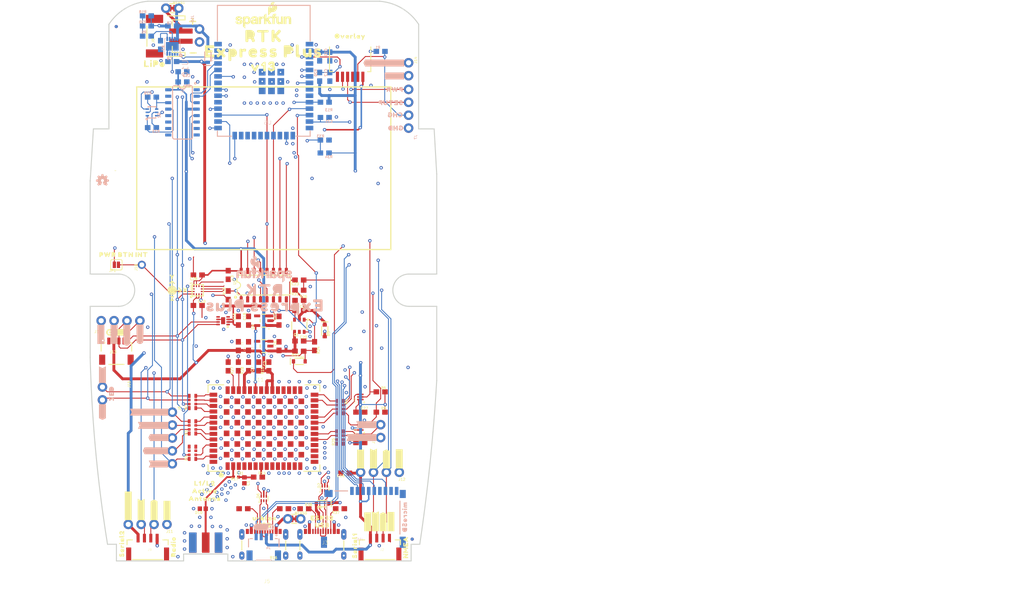
<source format=kicad_pcb>
(kicad_pcb (version 20211014) (generator pcbnew)
  (layers (0 "F.Cu" signal) (1 "In1.Cu" signal) (2 "In2.Cu" signal) (31 "B.Cu" signal) (34 "B.Paste" user) (35 "F.Paste" user) (36 "B.SilkS" user "B.Silkscreen") (37 "F.SilkS" user "F.Silkscreen") (38 "B.Mask" user) (39 "F.Mask" user) (44 "Edge.Cuts" user))
  (net 0 "")
  (net 1 "3.3V")
  (net 2 "GND")
  (net 3 "ESP_22/SCL")
  (net 4 "ESP_21/SDA")
  (net 5 "TXLV")
  (net 6 "RXLV")
  (net 7 "ZED_PPS_STAT")
  (net 8 "SDA_LV")
  (net 9 "SCL_LV")
  (net 10 "ZED_~{SAFE}")
  (net 11 "GPS_ANT1")
  (net 12 "N$11")
  (net 13 "N$12")
  (net 14 "ZED_RTK_STAT")
  (net 15 "ZED_FENCE_STAT")
  (net 16 "N$13")
  (net 17 "ANT_VCC")
  (net 18 "D+")
  (net 19 "D-")
  (net 20 "ZED-TXO2")
  (net 21 "ZED-RXI2")
  (net 22 "CC1")
  (net 23 "CC2")
  (net 24 "UNP_D+")
  (net 25 "UNP_D-")
  (net 26 "TX2_LV")
  (net 27 "RX2_LV")
  (net 28 "ZED_~{RESET}_LV")
  (net 29 "ESP_26/ZED_TX_READY_LV")
  (net 30 "CHG_LED")
  (net 31 "V_BATT")
  (net 32 "ESP32_RXI")
  (net 33 "ESP_0/BOOT")
  (net 34 "ESP32_EN")
  (net 35 "ESP32_TXO")
  (net 36 "ESP_14/SETUP_BUTTON")
  (net 37 "ESP_25/SD_~{CS}")
  (net 38 "ESP_18/SCK")
  (net 39 "ESP32_~{DTR}")
  (net 40 "ESP32_~{RTS}")
  (net 41 "N$24")
  (net 42 "N$25")
  (net 43 "CC3")
  (net 44 "CC4")
  (net 45 "D-1")
  (net 46 "D+1")
  (net 47 "N$32")
  (net 48 "ESP_19/POCI")
  (net 49 "ESP_23/PICO")
  (net 50 "ESP_I34/ZED_TX_READY")
  (net 51 "N$4")
  (net 52 "CHG_LED_RES")
  (net 53 "ESP_D1+")
  (net 54 "ESP_D1-")
  (net 55 "PROG1")
  (net 56 "CHG_THERM1")
  (net 57 "LIPO_RAW")
  (net 58 "N$5")
  (net 59 "ZED_D_SEL_LV")
  (net 60 "ZED_D_SEL")
  (net 61 "EXTERNAL_DATA_OUT")
  (net 62 "EXTERNAL_DATA_IN")
  (net 63 "ESP_26/DAC2")
  (net 64 "ESP_4/MUX_B")
  (net 65 "ESP_2/MUX_A")
  (net 66 "ESP_I39/ADC39")
  (net 67 "ESP_I16/ZED-TXO1")
  (net 68 "ESP_O17/ZED-RXI1")
  (net 69 "ZED_EXTINT")
  (net 70 "N$6")
  (net 71 "ESP_13/POWER_CTRL")
  (net 72 "ESP_27/FAST_OFF")
  (net 73 "ZED_~{RESET}")
  (net 74 "EXTINT_LV")
  (net 75 "N$15")
  (net 76 "POWER_BTN")
  (net 77 "V_USB")
  (net 78 "V_RAW")
  (net 79 "VOUT")
  (net 80 "ESP_4/ACCEL_INT")
  (net 81 "ESP_5")
  (net 82 "ESP_12")
  (net 83 "ESP_15")
  (net 84 "ESP_I36")
  (net 85 "ESP_33")
  (net 86 "ESP_32")
  (net 87 "V_BKCP")
  (net 88 "ESP_I35/DEVICE_SENSE")
  (net 89 "EXT_WT")
  (net 90 "EXT_DIR")
  (net 91 "ZED_WT")
  (net 92 "ZED_DIR")
  (net 93 "PPS_LV")
  (net 94 "ZED_~{SAFE}_LV")
  (net 95 "RTK_STAT_LV")
  (net 96 "FENCE_LV")
  (net 97 "N$2")
  (net 98 "N$3")
  (footprint "boardEagle:0603" (layer "F.Cu") (at 155.5646 106.7986 180)
    (fp_text reference "R31")
    (fp_text value "10k")
  )
  (footprint "boardEagle:ANTENNA2" (layer "F.Cu") (at 136.9646 147.7986)
    (fp_text reference "U$15" hide)
    (fp_text value "" hide)
  )
  (footprint "boardEagle:1X02_NO_SILK" (layer "F.Cu") (at 116.8146 125.8486 -90)
    (fp_text reference "J15")
    (fp_text value "")
  )
  (footprint "boardEagle:#RX1#2" (layer "F.Cu") (at 172.6946 142.2156 90)
    (fp_text reference "U$68" hide)
    (fp_text value "" hide)
  )
  (footprint "boardEagle:0603" (layer "F.Cu") (at 155.5646 116.7986)
    (fp_text reference "C20")
    (fp_text value "10uF")
  )
  (footprint "boardEagle:0603" (layer "F.Cu") (at 152.5646 149.7986 180)
    (fp_text reference "R16")
    (fp_text value "5.1k")
  )
  (footprint "boardEagle:#3V3#0" (layer "F.Cu") (at 169.0116 154.5666 90)
    (fp_text reference "U$47" hide)
    (fp_text value "" hide)
  )
  (footprint "boardEagle:USB-C-16P_4LAYER-PADS" (layer "F.Cu") (at 148.5646 153.9316)
    (fp_text reference "J5")
    (fp_text value "USB Female Type C Connector" hide)
  )
  (footprint "boardEagle:1X04_NO_SILK" (layer "F.Cu") (at 175.2346 142.6286 180)
    (fp_text reference "J12")
    (fp_text value "")
  )
  (footprint "boardEagle:0603" (layer "F.Cu") (at 145.5646 121.7986 -90)
    (fp_text reference "C7")
    (fp_text value "0.1uF")
  )
  (footprint "boardEagle:1206_RA" (layer "F.Cu") (at 134.5646 138.7986 90)
    (fp_text reference "R9")
    (fp_text value "33")
  )
  (footprint "boardEagle:L1#L20" (layer "F.Cu") (at 136.9646 144.7986)
    (fp_text reference "U$6" hide)
    (fp_text value "" hide)
  )
  (footprint "boardEagle:#3V3#0" (layer "F.Cu") (at 167.6146 142.2156 90)
    (fp_text reference "U$5" hide)
    (fp_text value "" hide)
  )
  (footprint "boardEagle:JST-4-SMD-1.25MM-LOCKING" (layer "F.Cu") (at 171.4246 158.8846)
    (fp_text reference "J2")
    (fp_text value "")
  )
  (footprint "boardEagle:0603" (layer "F.Cu") (at 151.5646 112.7986 90)
    (fp_text reference "C17")
    (fp_text value "1.0uF")
  )
  (footprint "boardEagle:1X02_NO_SILK" (layer "F.Cu") (at 177.0646 62.0386 -90)
    (fp_text reference "J14")
    (fp_text value "")
  )
  (footprint "boardEagle:#TX1#1" (layer "F.Cu") (at 170.1546 142.2156 90)
    (fp_text reference "U$65" hide)
    (fp_text value "" hide)
  )
  (footprint "boardEagle:1553DBK-ENCLOSURE" (layer "F.Cu") (at 148.5646 106.7986 90)
    (fp_text reference "U$26" hide)
    (fp_text value "" hide)
  )
  (footprint "boardEagle:#GND#0" (layer "F.Cu") (at 175.2346 142.2156 90)
    (fp_text reference "U$82" hide)
    (fp_text value "" hide)
  )
  (footprint "boardEagle:RADIO0" (layer "F.Cu") (at 130.7846 159.9956 90)
    (fp_text reference "U$50" hide)
    (fp_text value "" hide)
  )
  (footprint "boardEagle:0603" (layer "F.Cu") (at 143.5646 112.7986 90)
    (fp_text reference "C15")
    (fp_text value "0.1uF")
  )
  (footprint "boardEagle:SOT23-5" (layer "F.Cu") (at 148.5646 117.7986 90)
    (fp_text reference "U2")
    (fp_text value "AP2112K-3.3")
  )
  (footprint "boardEagle:UBLOX_ZED_F9R" (layer "F.Cu") (at 148.5646 133.7986)
    (fp_text reference "U11")
    (fp_text value "U-BLOX_ZED_F9R")
  )
  (footprint "boardEagle:1X04_NO_SILK" (layer "F.Cu") (at 129.5146 152.8836 180)
    (fp_text reference "J11")
    (fp_text value "")
  )
  (footprint "boardEagle:#GND#0" (layer "F.Cu") (at 173.5836 154.5666 90)
    (fp_text reference "U$48" hide)
    (fp_text value "" hide)
  )
  (footprint "boardEagle:ORDERING_INSTRUCTIONS" (layer "F.Cu") (at 196.4846 78.8186)
    (fp_text reference "U$2" hide)
    (fp_text value "SPECIAL_INSTRUCTIONS-ORDERING" hide)
  )
  (footprint "boardEagle:0603" (layer "F.Cu") (at 155.5646 108.7986)
    (fp_text reference "R26")
    (fp_text value "100k")
  )
  (footprint "boardEagle:#RX1#2" (layer "F.Cu") (at 172.0596 154.5666 90)
    (fp_text reference "U$45" hide)
    (fp_text value "" hide)
  )
  (footprint "boardEagle:#GND#0" (layer "F.Cu") (at 129.5146 152.3756 90)
    (fp_text reference "U$38" hide)
    (fp_text value "" hide)
  )
  (footprint "boardEagle:0603" (layer "F.Cu") (at 141.5646 103.7986 -90)
    (fp_text reference "C3")
    (fp_text value "0.1uF")
  )
  (footprint "boardEagle:0603" (layer "F.Cu") (at 149.5646 121.7986 90)
    (fp_text reference "C2")
    (fp_text value "1.0uF")
  )
  (footprint "boardEagle:PWR_BTN1" (layer "F.Cu") (at 119.5646 99.7986)
    (fp_text reference "U$9" hide)
    (fp_text value "" hide)
  )
  (footprint "boardEagle:SOD-323" (layer "F.Cu") (at 155.5646 120.7986)
    (fp_text reference "D1")
    (fp_text value "250mA/100V")
  )
  (footprint "boardEagle:0603" (layer "F.Cu") (at 141.5646 107.7986 90)
    (fp_text reference "R19")
    (fp_text value "1k")
  )
  (footprint "boardEagle:#TX2#1" (layer "F.Cu") (at 124.4346 152.3756 90)
    (fp_text reference "U$40" hide)
    (fp_text value "" hide)
  )
  (footprint "boardEagle:NMEA1" (layer "F.Cu") (at 176.5046 160.2496 90)
    (fp_text reference "U$49" hide)
    (fp_text value "" hide)
  )
  (footprint "boardEagle:0603" (layer "F.Cu") (at 141.5646 121.7986 -90)
    (fp_text reference "R27")
    (fp_text value "27")
  )
  (footprint "boardEagle:0603" (layer "F.Cu") (at 145.5646 112.7986 90)
    (fp_text reference "C18")
    (fp_text value "1.0uF")
  )
  (footprint "boardEagle:#3#5#5V#0" (layer "F.Cu") (at 121.8946 152.3756 90)
    (fp_text reference "U$23" hide)
    (fp_text value "" hide)
  )
  (footprint "boardEagle:#RX2#2" (layer "F.Cu") (at 126.9746 152.3756 90)
    (fp_text reference "U$39" hide)
    (fp_text value "" hide)
  )
  (footprint "boardEagle:EXPRESS_PLUS0" (layer "F.Cu") (at 148.5646 59.7986)
    (fp_text reference "U$22" hide)
    (fp_text value "" hide)
  )
  (footprint "boardEagle:DUMMY" (layer "F.Cu") (at 111.0246 167.4186)
    (fp_text reference "FRAME3" hide)
    (fp_text value "FRAME-LEDGERNO_FOOTPRINT" hide)
  )
  (footprint "boardEagle:0603" (layer "F.Cu") (at 171.5646 130.7986)
    (fp_text reference "R8")
    (fp_text value "10k")
  )
  (footprint "boardEagle:Y1" (layer "F.Cu") (at 130.5646 104.1986)
    (fp_text reference "U$55" hide)
    (fp_text value "" hide)
  )
  (footprint "boardEagle:0603" (layer "F.Cu") (at 147.4216 143.5776)
    (fp_text reference "R14")
    (fp_text value "10")
  )
  (footprint "boardEagle:JST-4-SMD-1.25MM-LOCKING" (layer "F.Cu") (at 125.7046 158.8846)
    (fp_text reference "J9")
    (fp_text value "")
  )
  (footprint "boardEagle:0402" (layer "F.Cu") (at 136.5646 149.7986 180)
    (fp_text reference "D10")
    (fp_text value "PESD0402-0402")
  )
  (footprint "boardEagle:FIDUCIAL-MICRO" (layer "F.Cu") (at 177.7746 155.7886)
    (fp_text reference "JP21" hide)
    (fp_text value "FIDUCIALUFIDUCIAL" hide)
  )
  (footprint "boardEagle:0603" (layer "F.Cu") (at 151.5646 117.7986 90)
    (fp_text reference "C6")
    (fp_text value "1.0uF")
  )
  (footprint "boardEagle:0603" (layer "F.Cu") (at 155.5646 110.7986)
    (fp_text reference "C22")
    (fp_text value "0.1uF")
  )
  (footprint "boardEagle:X0" (layer "F.Cu") (at 133.1646 106.7986)
    (fp_text reference "U$24" hide)
    (fp_text value "" hide)
  )
  (footprint "boardEagle:RTK0" (layer "F.Cu") (at 148.5646 56.7986)
    (fp_text reference "U$74" hide)
    (fp_text value "" hide)
  )
  (footprint "boardEagle:SMA-EDGE" (layer "F.Cu") (at 137.1346 156.4716 180)
    (fp_text reference "E1" hide)
    (fp_text value "SMA" hide)
  )
  (footprint "boardEagle:0603" (layer "F.Cu") (at 167.5646 130.7986)
    (fp_text reference "C27")
    (fp_text value "0.1uF")
  )
  (footprint "boardEagle:SO16" (layer "F.Cu") (at 148.5646 105.7986)
    (fp_text reference "U1")
    (fp_text value "74HC4052D")
  )
  (footprint "boardEagle:JST04_1MM_RA" (layer "F.Cu") (at 119.5646 116.7986)
    (fp_text reference "J13")
    (fp_text value "Internal")
  )
  (footprint "boardEagle:CREATIVE_COMMONS" (layer "F.Cu") (at 206.0746 153.4486)
    (fp_text reference "FRAME2" hide)
    (fp_text value "FRAME-LEDGER" hide)
  )
  (footprint "boardEagle:0603" (layer "F.Cu") (at 171.5646 126.7986)
    (fp_text reference "R6")
    (fp_text value "10k")
  )
  (footprint "boardEagle:SOD-323" (layer "F.Cu") (at 160.5646 114.7986 -90)
    (fp_text reference "D3")
    (fp_text value "3A/10V/280mV")
  )
  (footprint "boardEagle:1X01_NO_SILK" (layer "F.Cu") (at 124.5646 101.7986 90)
    (fp_text reference "J18")
    (fp_text value "")
  )
  (footprint "boardEagle:0603" (layer "F.Cu") (at 163.5646 149.7986 180)
    (fp_text reference "R37")
    (fp_text value "5.1k")
  )
  (footprint "boardEagle:SERIAL10" (layer "F.Cu") (at 166.4716 160.2496 90)
    (fp_text reference "U$29" hide)
    (fp_text value "" hide)
  )
  (footprint "boardEagle:0603" (layer "F.Cu") (at 143.5646 117.7986 -90)
    (fp_text reference "C5")
    (fp_text value "0.1uF")
  )
  (footprint "boardEagle:1206_RA" (layer "F.Cu") (at 134.5646 128.7986 90)
    (fp_text reference "R2")
    (fp_text value "33")
  )
  (footprint "boardEagle:0402-TIGHT" (layer "F.Cu") (at 143.1036 143.5776)
    (fp_text reference "FB1")
    (fp_text value "2.66Ω" hide)
  )
  (footprint "boardEagle:0603" (layer "F.Cu") (at 135.5646 103.7986 180)
    (fp_text reference "C28")
    (fp_text value "0.1uF")
  )
  (footprint "boardEagle:ESP320" (layer "F.Cu") (at 157.0736 151.6456)
    (fp_text reference "U$67" hide)
    (fp_text value "" hide)
  )
  (footprint "boardEagle:1206_RA" (layer "F.Cu") (at 163.5646 135.7986 90)
    (fp_text reference "R25")
    (fp_text value "33")
  )
  (footprint "boardEagle:0603" (layer "F.Cu") (at 155.5646 118.7986 180)
    (fp_text reference "R22")
    (fp_text value "100k")
  )
  (footprint "boardEagle:0603" (layer "F.Cu") (at 145.5646 117.7986 90)
    (fp_text reference "C4")
    (fp_text value "1.0uF")
  )
  (footprint "boardEagle:1X05_NO_SILK" (layer "F.Cu") (at 130.5646 130.7986 -90)
    (fp_text reference "J6")
    (fp_text value "")
  )
  (footprint "boardEagle:FPC_6_1MM-LIF" (layer "F.Cu") (at 165.5646 61.7986 180)
    (fp_text reference "J19" hide)
    (fp_text value "" hide)
  )
  (footprint "boardEagle:COMBO-JUMPER_2_NC_TRACE" (layer "F.Cu") (at 130.5646 51.2986)
    (fp_text reference "MEAS1")
    (fp_text value "JUMPER-COMBO_2_NC_TRACE")
  )
  (footprint "boardEagle:DFN-8" (layer "F.Cu") (at 140.5646 112.7986 90)
    (fp_text reference "U7")
    (fp_text value "MAX17048")
  )
  (footprint "boardEagle:0603" (layer "F.Cu") (at 143.5646 121.7986 -90)
    (fp_text reference "R28")
    (fp_text value "27")
  )
  (footprint "boardEagle:INT0" (layer "F.Cu") (at 124.5646 99.7986)
    (fp_text reference "U$4" hide)
    (fp_text value "" hide)
  )
  (footprint "boardEagle:LGA-12-LISDH12" (layer "F.Cu") (at 135.5646 106.7986 90)
    (fp_text reference "U13")
    (fp_text value "LIS2DH12")
  )
  (footprint "boardEagle:OVERLAY0" (layer "F.Cu") (at 165.5646 56.7986)
    (fp_text reference "U$8" hide)
    (fp_text value "" hide)
  )
  (footprint "boardEagle:0603" (layer "F.Cu") (at 135.5646 109.7986)
    (fp_text reference "C19")
    (fp_text value "10uF")
  )
  (footprint "boardEagle:LIPO0" (layer "F.Cu") (at 127.1016 62.2216)
    (fp_text reference "U$27" hide)
    (fp_text value "" hide)
  )
  (footprint "boardEagle:SMT-JUMPER_2_NO_SILK" (layer "F.Cu") (at 119.5646 101.7986 180)
    (fp_text reference "JP1")
    (fp_text value "JUMPER-SMT_2_NO_SILK")
  )
  (footprint "boardEagle:USB1" (layer "F.Cu") (at 157.9626 153.0426)
    (fp_text reference "U$66" hide)
    (fp_text value "" hide)
  )
  (footprint "boardEagle:QWIIC_4MM" (layer "F.Cu") (at 119.5646 115.0986)
    (fp_text reference "U$93" hide)
    (fp_text value "" hide)
  )
  (footprint "boardEagle:Z2" (layer "F.Cu") (at 130.4646 108.3986 180)
    (fp_text reference "U$56" hide)
    (fp_text value "" hide)
  )
  (footprint "boardEagle:FIDUCIAL-MICRO" (layer "F.Cu") (at 119.5346 54.9086)
    (fp_text reference "JP61" hide)
    (fp_text value "FIDUCIALUFIDUCIAL" hide)
  )
  (footprint "boardEagle:SIP6" (layer "F.Cu") (at 167.5646 127.7986 90)
    (fp_text reference "U9")
    (fp_text value "NC7SZ14-D")
  )
  (footprint "boardEagle:USB1" (layer "F.Cu") (at 146.5326 153.0426)
    (fp_text reference "U$36" hide)
    (fp_text value "" hide)
  )
  (footprint "boardEagle:#TX1#1" (layer "F.Cu") (at 170.5356 154.5666 90)
    (fp_text reference "U$46" hide)
    (fp_text value "" hide)
  )
  (footprint "boardEagle:SOT886" (layer "F.Cu") (at 148.5646 147.7986 90)
    (fp_text reference "D6")
    (fp_text value "PRTR5V0U2F")
  )
  (footprint "boardEagle:SIP6" (layer "F.Cu") (at 167.5646 133.7986 90)
    (fp_text reference "U8")
    (fp_text value "NC7SZ14-D")
  )
  (footprint "boardEagle:0603" (layer "F.Cu") (at 164.5646 142.7986 180)
    (fp_text reference "C16")
    (fp_text value "0.1uF")
  )
  (footprint "boardEagle:SFE_LOGO_NAME_FLAME_.1" (layer "F.Cu") (at 148.5646 53.7986)
    (fp_text reference "LOGO3" hide)
    (fp_text value "SFE_LOGO_NAME_FLAME.1_INCH" hide)
  )
  (footprint "boardEagle:COMBO-JUMPER_2_NC_TRACE" (layer "F.Cu") (at 154.5646 151.7986)
    (fp_text reference "MEAS0")
    (fp_text value "JUMPER-COMBO_2_NC_TRACE")
  )
  (footprint "boardEagle:0603" (layer "F.Cu") (at 147.5646 121.7986 -90)
    (fp_text reference "R15")
    (fp_text value "100k")
  )
  (footprint "boardEagle:0603" (layer "F.Cu") (at 167.5646 136.7986)
    (fp_text reference "C29")
    (fp_text value "0.1uF")
  )
  (footprint "boardEagle:ACTIVE1" (layer "F.Cu") (at 136.9646 146.2986)
    (fp_text reference "U$13" hide)
    (fp_text value "" hide)
  )
  (footprint "boardEagle:1X02_NO_SILK" (layer "F.Cu") (at 171.5646 135.7986 90)
    (fp_text reference "J1")
    (fp_text value "")
  )
  (footprint "boardEagle:U#BLOX0" (layer "F.Cu") (at 145.6436 151.6456)
    (fp_text reference "U$35" hide)
    (fp_text value "" hide)
  )
  (footprint "boardEagle:USB-C-16P_4LAYER-PADS" (layer "F.Cu") (at 159.9946 153.9316)
    (fp_text reference "J3")
    (fp_text value "USB Female Type C Connector" hide)
  )
  (footprint "boardEagle:SOT26" (layer "F.Cu") (at 155.5646 113.7986 180)
    (fp_text reference "Q1")
    (fp_text value "SIL2308-TP")
  )
  (footprint "boardEagle:SOD-323" (layer "F.Cu") (at 160.0646 148.7986 180)
    (fp_text reference "D9")
    (fp_text value "3A/10V/280mV")
  )
  (footprint "boardEagle:0603" (layer "F.Cu") (at 155.5646 104.7986 180)
    (fp_text reference "C23")
    (fp_text value "0.1uF")
  )
  (footprint "boardEagle:0603" (layer "F.Cu") (at 158.5646 117.7986 -90)
    (fp_text reference "R24")
    (fp_text value "300k")
  )
  (footprint "boardEagle:1206_RA" (layer "F.Cu") (at 134.5646 133.7986 90)
    (fp_text reference "R3")
    (fp_text value "33")
  )
  (footprint "boardEagle:0402" (layer "F.Cu") (at 144.7546 144.2126 -90)
    (fp_text reference "C1")
    (fp_text value "47pF")
  )
  (footprint "boardEagle:LIPO-1000" (layer "F.Cu") (at 148.5646 82.7986 90)
    (fp_text reference "BT1")
    (fp_text value "LIPO-OUTLINE1000")
  )
  (footprint "boardEagle:SOT886" (layer "F.Cu") (at 160.5646 145.7986 90)
    (fp_text reference "D2")
    (fp_text value "PRTR5V0U2F")
  )
  (footprint "boardEagle:0603" (layer "F.Cu") (at 156.5646 149.7986)
    (fp_text reference "R38")
    (fp_text value "5.1k")
  )
  (footprint "boardEagle:JST-2-SMD" (layer "F.Cu") (at 128.5646 56.7986 90)
    (fp_text reference "J8")
    (fp_text value "")
  )
  (footprint "boardEagle:SERIAL20" (layer "F.Cu") (at 120.6246 159.9956 90)
    (fp_text reference "U$43" hide)
    (fp_text value "" hide)
  )
  (footprint "boardEagle:1206_RA" (layer "F.Cu") (at 163.5646 129.7986 -90)
    (fp_text reference "R4")
    (fp_text value "33")
  )
  (footprint "boardEagle:V130" (layer "F.Cu") (at 148.5646 62.7986)
    (fp_text reference "U$1" hide)
    (fp_text value "" hide)
  )
  (footprint "boardEagle:0603" (layer "F.Cu") (at 144.5646 149.7986)
    (fp_text reference "R17")
    (fp_text value "5.1k")
  )
  (footprint "boardEagle:1X04_NO_SILK" (layer "F.Cu") (at 116.5646 112.7986)
    (fp_text reference "J17")
    (fp_text value "Qwiic Right Angle" hide)
  )
  (footprint "boardEagle:SOT23-5" (layer "F.Cu") (at 148.5646 112.7986 90)
    (fp_text reference "U4")
    (fp_text value "STLQ015-3.3V" hide)
  )
  (footprint "boardEagle:0603" (layer "B.Cu") (at 125.5646 56.7986 180)
    (fp_text reference "R5")
    (fp_text value "0")
  )
  (footprint "boardEagle:0603" (layer "B.Cu") (at 160.5546 77.2486 180)
    (fp_text reference "R33")
    (fp_text value "10k")
  )
  (footprint "boardEagle:EXPRESS_PLUS0" (layer "B.Cu") (at 148.5646 109.7986 180)
    (fp_text reference "U$12" hide)
    (fp_text value "" hide)
  )
  (footprint "boardEagle:0603" (layer "B.Cu") (at 159.5646 64.7986 -90)
    (fp_text reference "R20")
    (fp_text value "100k")
  )
  (footprint "boardEagle:#FENCE#3" (layer "B.Cu") (at 171.0956 135.7956 180)
    (fp_text reference "U$32" hide)
    (fp_text value "" hide)
  )
  (footprint "boardEagle:SFE_LOGO_NAME_FLAME_.1" (layer "B.Cu") (at 148.5646 103.7986 180)
    (fp_text reference "LOGO2" hide)
    (fp_text value "SFE_LOGO_NAME_FLAME.1_INCH" hide)
  )
  (footprint "boardEagle:1X04_NO_SILK" (layer "B.Cu") (at 177.0646 74.8986 90)
    (fp_text reference "J7")
    (fp_text value "")
  )
  (footprint "boardEagle:0603" (layer "B.Cu") (at 128.2446 58.5386 90)
    (fp_text reference "R7")
    (fp_text value "1k")
  )
  (footprint "boardEagle:JST04_1MM_RA" (layer "B.Cu") (at 148.5646 155.3286 180)
    (fp_text reference "J4")
    (fp_text value "Qwiic Right Angle" hide)
  )
  (footprint "boardEagle:##RST##4" (layer "B.Cu") (at 130.1646 135.7986 180)
    (fp_text reference "U$28" hide)
    (fp_text value "" hide)
  )
  (footprint "boardEagle:SETUP1" (layer "B.Cu") (at 173.4646 69.8986 180)
    (fp_text reference "U$42" hide)
    (fp_text value "" hide)
  )
  (footprint "boardEagle:#SCL#1" (layer "B.Cu") (at 124.2046 115.2986 90)
    (fp_text reference "U$86" hide)
    (fp_text value "" hide)
  )
  (footprint "boardEagle:RTK0" (layer "B.Cu") (at 148.5646 106.7986 180)
    (fp_text reference "U$7" hide)
    (fp_text value "" hide)
  )
  (footprint "boardEagle:OSHW-LOGO-MINI" (layer "B.Cu") (at 116.8146 85.2086 180)
    (fp_text reference "LOGO1" hide)
    (fp_text value "OSHW-LOGOMINI" hide)
  )
  (footprint "boardEagle:#ESP_RST#0" (layer "B.Cu") (at 176.5046 62.0946 180)
    (fp_text reference "U$60" hide)
    (fp_text value "" hide)
  )
  (footprint "boardEagle:0603" (layer "B.Cu") (at 132.5646 63.7986)
    (fp_text reference "C13")
    (fp_text value "0.1uF")
  )
  (footprint "boardEagle:#RX#2" (layer "B.Cu") (at 116.8146 128.8966 -90)
    (fp_text reference "U$14" hide)
    (fp_text value "" hide)
  )
  (footprint "boardEagle:GND3" (layer "B.Cu") (at 174.4646 74.8986 180)
    (fp_text reference "U$34" hide)
    (fp_text value "" hide)
  )
  (footprint "boardEagle:0603" (layer "B.Cu") (at 130.5646 61.7986 180)
    (fp_text reference "C9")
    (fp_text value "4.7uF")
  )
  (footprint "boardEagle:DFN-10" (layer "B.Cu") (at 130.5646 58.7986 90)
    (fp_text reference "U10")
    (fp_text value "MCP73833")
  )
  (footprint "boardEagle:#RTK#1" (layer "B.Cu") (at 171.0956 133.2556 180)
    (fp_text reference "U$10" hide)
    (fp_text value "" hide)
  )
  (footprint "boardEagle:0603" (layer "B.Cu") (at 160.5546 79.7886)
    (fp_text reference "R34")
    (fp_text value "3.3k")
  )
  (footprint "boardEagle:0603" (layer "B.Cu") (at 171.5646 59.7986 180)
    (fp_text reference "R1")
    (fp_text value "470")
  )
  (footprint "boardEagle:0603" (layer "B.Cu") (at 126.5646 68.7986 180)
    (fp_text reference "R29")
    (fp_text value "10k")
  )
  (footprint "boardEagle:MICROSD-EXTERNALPIN" (layer "B.Cu") (at 168.1646 156.7986 180)
    (fp_text reference "J16")
    (fp_text value "MICRO-SD-PUSH-PUSH-EXT-PIN")
  )
  (footprint "boardEagle:#3V3#2" (layer "B.Cu") (at 119.1046 115.4986 90)
    (fp_text reference "U$85" hide)
    (fp_text value "" hide)
  )
  (footprint "boardEagle:QWIIC_4MM" (layer "B.Cu") (at 148.5646 153.4236 180)
    (fp_text reference "U$30" hide)
    (fp_text value "" hide)
  )
  (footprint "boardEagle:SO016" (layer "B.Cu") (at 132.5646 71.7986 -90)
    (fp_text reference "U6")
    (fp_text value "CH340C")
  )
  (footprint "boardEagle:#GND#2" (layer "B.Cu") (at 116.5046 115.4986 90)
    (fp_text reference "U$70" hide)
    (fp_text value "" hide)
  )
  (footprint "boardEagle:#D_SEL#0" (layer "B.Cu") (at 126.9646 133.3986 180)
    (fp_text reference "U$88" hide)
    (fp_text value "" hide)
  )
  (footprint "boardEagle:0603" (layer "B.Cu") (at 160.5646 69.7986)
    (fp_text reference "R13")
    (fp_text value "100k")
  )
  (footprint "boardEagle:FIDUCIAL-MICRO" (layer "B.Cu") (at 119.5346 54.9086 180)
    (fp_text reference "JP81" hide)
    (fp_text value "FIDUCIALUFIDUCIAL" hide)
  )
  (footprint "boardEagle:#GND#1" (layer "B.Cu") (at 176.5046 64.6346 180)
    (fp_text reference "U$84" hide)
    (fp_text value "" hide)
  )
  (footprint "boardEagle:0603" (layer "B.Cu") (at 125.5646 52.7986 180)
    (fp_text reference "R18")
    (fp_text value "10k")
  )
  (footprint "boardEagle:ESP-WROOM-32D" (layer "B.Cu") (at 148.5646 64.7986 90)
    (fp_text reference "U5")
    (fp_text value "ESP-WROOM-3232D")
  )
  (footprint "boardEagle:#SDA#0" (layer "B.Cu") (at 121.6046 115.4986 90)
    (fp_text reference "U$87" hide)
    (fp_text value "" hide)
  )
  (footprint "boardEagle:0603" (layer "B.Cu") (at 132.5646 65.7986)
    (fp_text reference "C14")
    (fp_text value "10uF")
  )
  (footprint "boardEagle:ZED0" (layer "B.Cu") (at 118.5926 129.2776 90)
    (fp_text reference "U$16" hide)
    (fp_text value "" hide)
  )
  (footprint "boardEagle:#TX_RDY#0" (layer "B.Cu") (at 126.1646 130.7986 180)
    (fp_text reference "U$3" hide)
    (fp_text value "" hide)
  )
  (footprint "boardEagle:0603" (layer "B.Cu") (at 161.5646 60.7986 -90)
    (fp_text reference "C10")
    (fp_text value "10uF")
  )
  (footprint "boardEagle:#TX#1" (layer "B.Cu") (at 116.8146 121.7846 -90)
    (fp_text reference "U$72" hide)
    (fp_text value "" hide)
  )
  (footprint "boardEagle:0603" (layer "B.Cu") (at 126.5646 74.7986)
    (fp_text reference "R23")
    (fp_text value "10k")
  )
  (footprint "boardEagle:0603" (layer "B.Cu") (at 160.5646 72.7986)
    (fp_text reference "C21")
    (fp_text value "0.1uF")
  )
  (footprint "boardEagle:0603" (layer "B.Cu") (at 125.5646 54.7986 180)
    (fp_text reference "R30")
    (fp_text value "150k")
  )
  (footprint "boardEagle:0603" (layer "B.Cu") (at 159.5646 60.7986 -90)
    (fp_text reference "C11")
    (fp_text value "0.1uF")
  )
  (footprint "boardEagle:1X02_NO_SILK" (layer "B.Cu") (at 135.9166 55.4046 -90)
    (fp_text reference "J10")
    (fp_text value "")
  )
  (footprint "boardEagle:MICROSD0" (layer "B.Cu") (at 176.3026 147.8606 -90)
    (fp_text reference "U$83" hide)
    (fp_text value "" hide)
  )
  (footprint "boardEagle:FIDUCIAL-MICRO" (layer "B.Cu") (at 177.7746 155.7886 180)
    (fp_text reference "JP71" hide)
    (fp_text value "FIDUCIALUFIDUCIAL" hide)
  )
  (footprint "boardEagle:##SAFE##5" (layer "B.Cu") (at 130.0646 138.3986 180)
    (fp_text reference "U$17" hide)
    (fp_text value "" hide)
  )
  (footprint "boardEagle:SOD-323" (layer "B.Cu") (at 137.5646 60.7986 90)
    (fp_text reference "D7")
    (fp_text value "3A/10V/280mV")
  )
  (footprint "boardEagle:0603" (layer "B.Cu") (at 161.5646 64.7986 -90)
    (fp_text reference "C12")
    (fp_text value "0.1uF")
  )
  (footprint "boardEagle:PWR0" (layer "B.Cu") (at 174.2646 67.2986 180)
    (fp_text reference "U$41" hide)
    (fp_text value "" hide)
  )
  (footprint "boardEagle:#PPS#0" (layer "B.Cu") (at 130.0646 140.9986 180)
    (fp_text reference "U$11" hide)
    (fp_text value "" hide)
  )
  (footprint "boardEagle:0603" (layer "B.Cu") (at 130.5646 54.7986 180)
    (fp_text reference "C8")
    (fp_text value "4.7uF")
  )
  (footprint "boardEagle:SC70-6" (layer "B.Cu") (at 126.5646 71.7986 90)
    (fp_text reference "Q2")
    (fp_text value "MBT3904DW1T1")
  )
  (footprint "boardEagle:CHG2" (layer "B.Cu") (at 174.3646 72.2986 180)
    (fp_text reference "U$33" hide)
    (fp_text value "" hide)
  )
  (gr_line (start 130.4066 106.8326) (end 132.3466 106.8326) (layer "F.SilkS") (width 0.2032))
  (gr_line (start 173.5646 98.7986) (end 123.5646 98.7986) (layer "F.SilkS") (width 0.254))
  (gr_circle (center 130.5336 106.8326) (end 130.6606 106.8326) (layer "F.SilkS") (width 0.508) (fill none))
  (gr_line (start 132.3466 106.8326) (end 131.8386 107.3406) (layer "F.SilkS") (width 0.2032))
  (gr_line (start 173.5646 66.7986) (end 173.5646 98.7986) (layer "F.SilkS") (width 0.254))
  (gr_line (start 123.5646 98.7986) (end 123.5646 66.7986) (layer "F.SilkS") (width 0.254))
  (gr_line (start 130.5066 104.9926) (end 131.0146 105.5006) (layer "F.SilkS") (width 0.2032))
  (gr_line (start 130.5066 104.9926) (end 129.9986 105.5006) (layer "F.SilkS") (width 0.2032))
  (gr_circle (center 130.5336 106.8326) (end 131.336815 106.8326) (layer "F.SilkS") (width 0.2032) (fill none))
  (gr_line (start 132.3466 106.8326) (end 131.8386 106.3246) (layer "F.SilkS") (width 0.2032))
  (gr_line (start 123.5646 66.7986) (end 173.5646 66.7986) (layer "F.SilkS") (width 0.254))
  (gr_arc (start 130.5066 106.8326) (mid 130.505151 105.9126) (end 130.5066 104.9926) (layer "F.SilkS") (width 0.2032))
  (gr_line (start 182.6006 109.9736) (end 182.6006 124.5786) (layer "Edge.Cuts") (width 0.2032))
  (gr_line (start 141.4876 158.7146) (end 132.7876 158.7146) (layer "Edge.Cuts") (width 0.2032))
  (gr_line (start 114.4016 109.9736) (end 119.9896 109.9736) (layer "Edge.Cuts") (width 0.2032))
  (gr_line (start 182.6006 83.9386) (end 182.0926 75.0486) (layer "Edge.Cuts") (width 0.2032))
  (gr_line (start 114.4016 85.3356) (end 115.0366 75.0486) (layer "Edge.Cuts") (width 0.2032))
  (gr_line (start 119.5646 156.7986) (end 117.8146 156.7986) (layer "Edge.Cuts") (width 0.2032))
  (gr_line (start 177.5646 156.7986) (end 179.2646 156.7986) (layer "Edge.Cuts") (width 0.2032))
  (gr_line (start 114.4016 85.3356) (end 114.4016 85.2086) (layer "Edge.Cuts") (width 0.2032))
  (gr_line (start 114.4016 103.6236) (end 114.4016 85.3356) (layer "Edge.Cuts") (width 0.2032))
  (gr_line (start 141.4876 160.0736) (end 177.5646 160.0736) (layer "Edge.Cuts") (width 0.2032))
  (gr_line (start 182.6006 109.9736) (end 177.1396 109.9736) (layer "Edge.Cuts") (width 0.2032))
  (gr_arc (start 182.6006 124.5786) (mid 181.294798 140.726101) (end 179.2646 156.7986) (layer "Edge.Cuts") (width 0.2032))
  (gr_line (start 118.0846 75.0486) (end 118.0846 54.4746) (layer "Edge.Cuts") (width 0.2032))
  (gr_arc (start 117.8146 156.7986) (mid 115.485235 138.46038) (end 114.4016 120.0066) (layer "Edge.Cuts") (width 0.2032))
  (gr_line (start 119.5646 160.0736) (end 119.5646 156.7986) (layer "Edge.Cuts") (width 0.2032))
  (gr_line (start 115.0366 75.0486) (end 118.0846 75.0486) (layer "Edge.Cuts") (width 0.2032))
  (gr_line (start 141.4876 160.0736) (end 141.4876 158.7146) (layer "Edge.Cuts") (width 0.2032))
  (gr_line (start 177.5646 160.0736) (end 177.5646 156.7986) (layer "Edge.Cuts") (width 0.2032))
  (gr_line (start 125.7554 49.9336) (end 171.3738 49.9336) (layer "Edge.Cuts") (width 0.2032))
  (gr_line (start 114.4016 120.0066) (end 114.4016 109.9736) (layer "Edge.Cuts") (width 0.2032))
  (gr_arc (start 119.9896 103.6236) (mid 123.1646 106.7986) (end 119.9896 109.9736) (layer "Edge.Cuts") (width 0.2032))
  (gr_arc (start 118.0846 54.4746) (mid 121.391581 51.311478) (end 125.7554 49.933601) (layer "Edge.Cuts") (width 0.2032))
  (gr_line (start 179.0446 75.0486) (end 179.0446 54.4746) (layer "Edge.Cuts") (width 0.2032))
  (gr_line (start 119.5646 160.0736) (end 132.7876 160.0736) (layer "Edge.Cuts") (width 0.2032))
  (gr_arc (start 171.373799 49.9336) (mid 175.737619 51.311478) (end 179.0446 54.4746) (layer "Edge.Cuts") (width 0.2032))
  (gr_line (start 182.6006 103.6236) (end 177.1396 103.6236) (layer "Edge.Cuts") (width 0.2032))
  (gr_line (start 182.0926 75.0486) (end 179.0446 75.0486) (layer "Edge.Cuts") (width 0.2032))
  (gr_line (start 114.4016 103.6236) (end 119.9896 103.6236) (layer "Edge.Cuts") (width 0.2032))
  (gr_line (start 182.6006 103.6236) (end 182.6006 83.9386) (layer "Edge.Cuts") (width 0.2032))
  (gr_arc (start 177.1396 109.9736) (mid 173.9646 106.7986) (end 177.1396 103.6236) (layer "Edge.Cuts") (width 0.2032))
  (gr_line (start 132.7876 158.7146) (end 132.7876 160.0736) (layer "Edge.Cuts") (width 0.2032))
  (gr_text "+" (at 134.5646 53.7986) (layer "F.SilkS") (effects (font (size 1.5113 1.5113) (thickness 0.2667))))
  (gr_text "-" (at 134.6646 59.9986) (layer "F.SilkS") (effects (font (size 1.5113 1.5113) (thickness 0.2667))))
  (segment (start 144.7526 126.4686) (end 144.7526 123.4606) (width 0.5588) (layer "F.Cu") (net 1))
  (segment (start 144.1196 102.9986) (end 141.6146 102.9986) (width 0.3048) (layer "F.Cu") (net 1))
  (segment (start 134.9006 104.9346) (end 135.2816 104.9346) (width 0.1778) (layer "F.Cu") (net 1))
  (segment (start 149.1526 124.7186) (end 149.2516 124.6196) (width 0.5588) (layer "F.Cu") (net 1))
  (segment (start 134.7146 111.3141) (end 134.7736 111.3731) (width 0.1778) (layer "F.Cu") (net 1))
  (segment (start 120.7716 124.2386) (end 119.0646 122.5316) (width 0.5588) (layer "F.Cu") (net 1))
  (segment (start 141.6146 102.9986) (end 141.5646 102.9486) (width 0.3048) (layer "F.Cu") (net 1))
  (segment (start 169.5496 155.5846) (end 169.5496 156.9496) (width 0.5588) (layer "F.Cu") (net 1))
  (segment (start 172.4646 129.2986) (end 172.4146 129.3486) (width 0.1778) (layer "F.Cu") (net 1))
  (segment (start 169.5496 156.9496) (end 169.5196 156.9796) (width 0.5588) (layer "F.Cu") (net 1))
  (segment (start 136.4146 104.4366) (end 136.4146 103.7986) (width 0.1778) (layer "F.Cu") (net 1))
  (segment (start 167.4446 142.7986) (end 165.4146 142.7986) (width 0.5588) (layer "F.Cu") (net 1))
  (segment (start 141.5646 102.9486) (end 138.4106 102.9486) (width 0.3048) (layer "F.Cu") (net 1))
  (segment (start 169.5496 153.3266) (end 167.6146 151.3916) (width 0.5588) (layer "F.Cu") (net 1))
  (segment (start 137.6646 118.6486) (end 135.2656 121.0476) (width 0.5588) (layer "F.Cu") (net 1))
  (segment (start 147.2645 118.7486) (end 145.6646 118.7486) (width 0.5588) (layer "F.Cu") (net 1))
  (segment (start 148.557821 119.505379) (end 148.557821 122.589822) (width 0.5588) (layer "F.Cu") (net 1))
  (segment (start 135.3146 107.5486) (end 135.3146 108.3306) (width 0.1778) (layer "F.Cu") (net 1))
  (segment (start 147.2645 118.7486) (end 147.8146 118.7486) (width 0.5588) (layer "F.Cu") (net 1))
  (segment (start 135.70945 108.3636) (end 135.2816 108.3636) (width 0.1778) (layer "F.Cu") (net 1))
  (segment (start 134.7146 108.8036) (end 134.7146 109.7986) (width 0.1778) (layer "F.Cu") (net 1))
  (segment (start 132.0746 124.2386) (end 120.7716 124.2386) (width 0.5588) (layer "F.Cu") (net 1))
  (segment (start 137.5546 103.7986) (end 136.4146 103.7986) (width 0.3048) (layer "F.Cu") (net 1))
  (segment (start 167.4446 142.7986) (end 167.6146 142.6286) (width 0.5588) (layer "F.Cu") (net 1))
  (segment (start 172.4146 126.7986) (end 172.4146 129.2486) (width 0.1778) (layer "F.Cu") (net 1))
  (segment (start 134.7146 109.7986) (end 134.7146 111.3141) (width 0.1778) (layer "F.Cu") (net 1))
  (segment (start 135.3146 108.3306) (end 135.2816 108.3636) (width 0.1778) (layer "F.Cu") (net 1))
  (segment (start 147.5646 122.6486) (end 148.6166 122.6486) (width 0.5588) (layer "F.Cu") (net 1))
  (segment (start 167.1956 128.3066) (end 167.1956 129.2816) (width 0.1778) (layer "F.Cu") (net 1))
  (segment (start 148.5646 119.4986) (end 148.557821 119.505379) (width 0.5588) (layer "F.Cu") (net 1))
  (segment (start 144.1196 98.6986) (end 144.0696 98.6486) (width 0.3048) (layer "F.Cu") (net 1))
  (segment (start 172.4146 129.3486) (end 172.4146 130.7986) (width 0.1778) (layer "F.Cu") (net 1))
  (segment (start 135.8146 108.25845) (end 135.70945 108.3636) (width 0.1778) (layer "F.Cu") (net 1))
  (segment (start 135.3146 106.0486) (end 135.3146 104.9676) (width 0.1778) (layer "F.Cu") (net 1))
  (segment (start 119.0646 112.8386) (end 119.1046 112.7986) (width 0.5588) (layer "F.Cu") (net 1))
  (segment (start 135.3146 104.9676) (end 135.2816 104.9346) (width 0.1778) (layer "F.Cu") (net 1))
  (segment (start 149.1526 126.4686) (end 149.1526 124.7186) (width 0.5588) (layer "F.Cu") (net 1))
  (segment (start 145.6646 118.7486) (end 145.5646 118.6486) (width 0.5588) (layer "F.Cu") (net 1))
  (segment (start 167.6146 151.3916) (end 167.6146 148.3686) (width 0.5588) (layer "F.Cu") (net 1))
  (segment (start 166.7146 129.7626) (end 166.7146 130.7986) (width 0.1778) (layer "F.Cu") (net 1))
  (segment (start 147.8146 118.7486) (end 148.5646 119.4986) (width 0.5588) (layer "F.Cu") (net 1))
  (segment (start 166.4187 134.3066) (end 166.0156 133.9035) (width 0.1778) (layer "F.Cu") (net 1))
  (segment (start 150.2526 126.4686) (end 150.2526 124.6196) (width 0.5588) (layer "F.Cu") (net 1))
  (segment (start 165.5206 136.7986) (end 165.5076 136.8116) (width 0.1778) (layer "F.Cu") (net 1))
  (segment (start 134.8146 105.0206) (end 134.9006 104.9346) (width 0.1778) (layer "F.Cu") (net 1))
  (segment (start 138.4106 102.9486) (end 137.5576 103.8016) (width 0.3048) (layer "F.Cu") (net 1))
  (segment (start 119.0646 116.7986) (end 119.0646 112.8386) (width 0.5588) (layer "F.Cu") (net 1))
  (segment (start 135.2816 108.3636) (end 135.1546 108.3636) (width 0.1778) (layer "F.Cu") (net 1))
  (segment (start 148.557821 122.589822) (end 148.6166 122.6486) (width 0.5588) (layer "F.Cu") (net 1))
  (segment (start 144.1196 98.6986) (end 144.1196 102.9986) (width 0.3048) (layer "F.Cu") (net 1))
  (segment (start 119.0646 122.5316) (end 119.0646 116.7986) (width 0.5588) (layer "F.Cu") (net 1))
  (segment (start 135.8146 107.5486) (end 135.8146 108.25845) (width 0.1778) (layer "F.Cu") (net 1))
  (segment (start 143.5646 118.6486) (end 137.6646 118.6486) (width 0.5588) (layer "F.Cu") (net 1))
  (segment (start 150.2526 123.3366) (end 149.5646 122.6486) (width 0.5588) (layer "F.Cu") (net 1))
  (segment (start 167.1956 129.2816) (end 167.2326 129.3186) (width 0.1778) (layer "F.Cu") (net 1))
  (segment (start 167.1956 134.3066) (end 166.4187 134.3066) (width 0.1778) (layer "F.Cu") (net 1))
  (segment (start 135.9166 104.9346) (end 136.4146 104.4366) (width 0.1778) (layer "F.Cu") (net 1))
  (segment (start 150.2526 124.6196) (end 150.2526 123.3366) (width 0.5588) (layer "F.Cu") (net 1))
  (segment (start 167.6146 148.3686) (end 167.6146 142.6286) (width 0.5588) (layer "F.Cu") (net 1))
  (segment (start 144.7526 123.4606) (end 145.5646 122.6486) (width 0.5588) (layer "F.Cu") (net 1))
  (segment (start 135.2816 104.9346) (end 135.9166 104.9346) (width 0.1778) (layer "F.Cu") (net 1))
  (segment (start 135.1546 108.3636) (end 134.7146 108.8036) (width 0.1778) (layer "F.Cu") (net 1))
  (segment (start 167.2326 129.3186) (end 167.5892 129.3186) (width 0.1778) (layer "F.Cu") (net 1))
  (segment (start 149.2516 124.6196) (end 150.2526 124.6196) (width 0.5588) (layer "F.Cu") (net 1))
  (segment (start 172.4146 129.2486) (end 172.4646 129.2986) (width 0.1778) (layer "F.Cu") (net 1))
  (segment (start 143.5646 118.6486) (end 145.5646 118.6486) (width 0.5588) (layer "F.Cu") (net 1))
  (segment (start 167.1956 129.2816) (end 166.7146 129.7626) (width 0.1778) (layer "F.Cu") (net 1))
  (segment (start 166.7146 136.7986) (end 165.5206 136.7986) (width 0.1778) (layer "F.Cu") (net 1))
  (segment (start 135.2656 121.0476) (end 132.0746 124.2386) (width 0.5588) (layer "F.Cu") (net 1))
  (segment (start 134.8146 106.0486) (end 134.8146 105.0206) (width 0.1778) (layer "F.Cu") (net 1))
  (segment (start 169.5496 155.5846) (end 169.5496 153.3266) (width 0.5588) (layer "F.Cu") (net 1))
  (segment (start 148.6166 122.6486) (end 149.5646 122.6486) (width 0.5588) (layer "F.Cu") (net 1))
  (segment (start 137.5576 103.8016) (end 137.5546 103.7986) (width 0.1778) (layer "F.Cu") (net 1))
  (segment (start 147.5646 122.6486) (end 145.5646 122.6486) (width 0.5588) (layer "F.Cu") (net 1))
  (via (at 144.0696 98.6486) (size 0.6604) (drill 0.3048) (layers "F.Cu" "B.Cu") (net 1))
  (via (at 165.5076 136.8116) (size 0.6604) (drill 0.3048) (layers "F.Cu" "B.Cu") (net 1))
  (via (at 166.5986 83.3036) (size 0.6604) (drill 0.3048) (layers "F.Cu" "B.Cu") (net 1))
  (via (at 135.2656 121.0476) (size 0.6604) (drill 0.3048) (layers "F.Cu" "B.Cu") (net 1))
  (via (at 172.4646 129.2986) (size 0.6604) (drill 0.3048) (layers "F.Cu" "B.Cu") (net 1))
  (via (at 167.6346 121.0636) (size 0.6604) (drill 0.3048) (layers "F.Cu" "B.Cu") (net 1))
  (via (at 148.557821 119.505379) (size 0.6604) (drill 0.3048) (layers "F.Cu" "B.Cu") (net 1))
  (via (at 167.5892 129.3186) (size 0.6604) (drill 0.3048) (layers "F.Cu" "B.Cu") (net 1))
  (via (at 169.5196 156.9796) (size 0.6604) (drill 0.3048) (layers "F.Cu" "B.Cu") (net 1))
  (via (at 134.7736 111.3731) (size 0.6604) (drill 0.3048) (layers "F.Cu" "B.Cu") (net 1))
  (via (at 167.6146 148.3686) (size 0.6604) (drill 0.3048) (layers "F.Cu" "B.Cu") (net 1))
  (via (at 166.0156 133.9035) (size 0.6604) (drill 0.3048) (layers "F.Cu" "B.Cu") (net 1))
  (via (at 133.3246 83.4306) (size 0.6604) (drill 0.3048) (layers "F.Cu" "B.Cu") (net 1))
  (via (at 167.5892 123.6036) (size 0.6604) (drill 0.3048) (layers "F.Cu" "B.Cu") (net 1))
  (segment (start 167.5892 123.6036) (end 167.5892 121.109) (width 0.5588) (layer "B.Cu") (net 1))
  (segment (start 148.557821 100.557822) (end 148.557821 119.505379) (width 0.5588) (layer "B.Cu") (net 1))
  (segment (start 167.6017 133.9035) (end 167.6146 133.8906) (width 0.1778) (layer "B.Cu") (net 1))
  (segment (start 156.084018 156.9546) (end 157.466218 158.3368) (width 0.5588) (layer "B.Cu") (net 1))
  (segment (start 166.5596 83.2646) (end 166.5986 83.3036) (width 0.5588) (layer "B.Cu") (net 1))
  (segment (start 161.5646 59.9486) (end 165.5746 59.9486) (width 0.5588) (layer "B.Cu") (net 1))
  (segment (start 131.6646 67.3536) (end 132.4196 67.3536) (width 0.3048) (layer "B.Cu") (net 1))
  (segment (start 158.6216 59.9486) (end 159.5646 59.9486) (width 0.5588) (layer "B.Cu") (net 1))
  (segment (start 166.5596 79.7886) (end 166.5596 68.4886) (width 0.5588) (layer "B.Cu") (net 1))
  (segment (start 166.5596 83.2646) (end 166.5596 79.7886) (width 0.5588) (layer "B.Cu") (net 1))
  (segment (start 165.5076 136.8116) (end 167.6146 136.8116) (width 0.1778) (layer "B.Cu") (net 1))
  (segment (start 157.5646 59.6386) (end 158.3116 59.6386) (width 0.5588) (layer "B.Cu") (net 1))
  (segment (start 134.6677 120.4497) (end 135.2656 121.0476) (width 0.1778) (layer "B.Cu") (net 1))
  (segment (start 168.8096 148.3686) (end 167.6146 148.3686) (width 0.3048) (layer "B.Cu") (net 1))
  (segment (start 166.5596 68.4886) (end 166.5596 60.9336) (width 0.5588) (layer "B.Cu") (net 1))
  (segment (start 131.7146 65.7986) (end 131.7146 67.3036) (width 0.3048) (layer "B.Cu") (net 1))
  (segment (start 133.3246 97.0086) (end 133.3246 83.4306) (width 0.5588) (layer "B.Cu") (net 1))
  (segment (start 144.0696 98.6486) (end 134.9646 98.6486) (width 0.5588) (layer "B.Cu") (net 1))
  (segment (start 158.3116 59.6386) (end 158.6216 59.9486) (width 0.5588) (layer "B.Cu") (net 1))
  (segment (start 167.6146 142.6286) (end 167.6146 136.8116) (width 0.5588) (layer "B.Cu") (net 1))
  (segment (start 134.7736 111.3731) (end 134.7736 117.44545) (width 0.1778) (layer "B.Cu") (net 1))
  (segment (start 129.7646 67.3536) (end 131.6646 67.3536) (width 0.3048) (layer "B.Cu") (net 1))
  (segment (start 167.5892 132.727757) (end 167.5892 129.3186) (width 0.5588) (layer "B.Cu") (net 1))
  (segment (start 162.219981 158.3368) (end 162.800981 157.7558) (width 0.5588) (layer "B.Cu") (net 1))
  (segment (start 167.6146 132.753157) (end 167.5892 132.727757) (width 0.5588) (layer "B.Cu") (net 1))
  (segment (start 166.5596 60.9336) (end 165.5746 59.9486) (width 0.5588) (layer "B.Cu") (net 1))
  (segment (start 167.5892 129.3186) (end 167.5892 123.6036) (width 0.5588) (layer "B.Cu") (net 1))
  (segment (start 167.6146 136.8116) (end 167.6146 133.8906) (width 0.5588) (layer "B.Cu") (net 1))
  (segment (start 172.4646 129.2986) (end 167.6092 129.2986) (width 0.1778) (layer "B.Cu") (net 1))
  (segment (start 166.0156 133.9035) (end 167.6017 133.9035) (width 0.1778) (layer "B.Cu") (net 1))
  (segment (start 131.7146 67.3036) (end 131.6646 67.3536) (width 0.3048) (layer "B.Cu") (net 1))
  (segment (start 167.5892 121.109) (end 167.6346 121.0636) (width 0.5588) (layer "B.Cu") (net 1))
  (segment (start 168.7434 157.7558) (end 169.5196 156.9796) (width 0.5588) (layer "B.Cu") (net 1))
  (segment (start 149.0646 155.3286) (end 149.0646 156.5906) (width 0.5588) (layer "B.Cu") (net 1))
  (segment (start 159.5646 59.9486) (end 161.5646 59.9486) (width 0.5588) (layer "B.Cu") (net 1))
  (segment (start 132.4196 67.3536) (end 133.3246 68.2586) (width 0.3048) (layer "B.Cu") (net 1))
  (segment (start 159.9546 68.4886) (end 159.5646 68.0986) (width 0.5588) (layer "B.Cu") (net 1))
  (segment (start 133.3246 83.4306) (end 133.3246 71.1636) (width 0.5588) (layer "B.Cu") (net 1))
  (segment (start 149.4286 156.9546) (end 156.084018 156.9546) (width 0.5588) (layer "B.Cu") (net 1))
  (segment (start 146.6486 98.6486) (end 148.557821 100.557822) (width 0.5588) (layer "B.Cu") (net 1))
  (segment (start 161.4146 68.4886) (end 159.9546 68.4886) (width 0.5588) (layer "B.Cu") (net 1))
  (segment (start 161.4046 79.7886) (end 166.5596 79.7886) (width 0.1778) (layer "B.Cu") (net 1))
  (segment (start 167.6146 133.8906) (end 167.6146 132.753157) (width 0.5588) (layer "B.Cu") (net 1))
  (segment (start 166.5596 68.4886) (end 161.4146 68.4886) (width 0.5588) (layer "B.Cu") (net 1))
  (segment (start 134.7736 117.44545) (end 134.6677 117.55135) (width 0.1778) (layer "B.Cu") (net 1))
  (segment (start 134.9646 98.6486) (end 133.3246 97.0086) (width 0.5588) (layer "B.Cu") (net 1))
  (segment (start 169.2146 147.9636) (end 168.8096 148.3686) (width 0.3048) (layer "B.Cu") (net 1))
  (segment (start 149.0646 156.5906) (end 149.4286 156.9546) (width 0.5588) (layer "B.Cu") (net 1))
  (segment (start 159.5646 68.0986) (end 159.5646 65.6486) (width 0.5588) (layer "B.Cu") (net 1))
  (segment (start 157.466218 158.3368) (end 162.219981 158.3368) (width 0.5588) (layer "B.Cu") (net 1))
  (segment (start 169.2146 146.2986) (end 169.2146 147.9636) (width 0.3048) (layer "B.Cu") (net 1))
  (segment (start 144.0696 98.6486) (end 146.6486 98.6486) (width 0.5588) (layer "B.Cu") (net 1))
  (segment (start 135.3646 71.1636) (end 133.3246 71.1636) (width 0.5588) (layer "B.Cu") (net 1))
  (segment (start 167.5892 129.3186) (end 167.6092 129.2986) (width 0.1778) (layer "B.Cu") (net 1))
  (segment (start 133.3246 68.2586) (end 133.3246 69.7146) (width 0.3048) (layer "B.Cu") (net 1))
  (segment (start 131.7146 63.7986) (end 131.7146 65.7986) (width 0.3048) (layer "B.Cu") (net 1))
  (segment (start 162.800981 157.7558) (end 168.7434 157.7558) (width 0.5588) (layer "B.Cu") (net 1))
  (segment (start 134.6677 117.55135) (end 134.6677 120.4497) (width 0.1778) (layer "B.Cu") (net 1))
  (segment (start 133.3246 69.7146) (end 133.3246 71.1636) (width 0.5588) (layer "B.Cu") (net 1))
  (segment (start 161.4146 69.7986) (end 161.4146 68.4886) (width 0.5588) (layer "B.Cu") (net 1))
  (segment (start 140.4066 107.0486) (end 140.7426 106.7126) (width 0.1778) (layer "F.Cu") (net 2))
  (segment (start 139.5746 112.5486) (end 140.3146 112.5486) (width 0.1778) (layer "F.Cu") (net 2))
  (segment (start 150.7646 112.4986) (end 150.7646 111.496332) (width 0.1778) (layer "F.Cu") (net 2))
  (segment (start 127.5796 157.0446) (end 127.6096 157.0746) (width 0.5588) (layer "F.Cu") (net 2))
  (segment (start 149.8647 112.7986) (end 150.4646 112.7986) (width 0.1778) (layer "F.Cu") (net 2))
  (segment (start 127.5796 155.5846) (end 127.5796 157.0446) (width 0.5588) (layer "F.Cu") (net 2))
  (segment (start 136.2976 105.1886) (end 140.6156 105.1886) (width 0.1778) (layer "F.Cu") (net 2))
  (segment (start 135.8146 105.6716) (end 136.2976 105.1886) (width 0.1778) (layer "F.Cu") (net 2))
  (segment (start 134.7146 100.2946) (end 134.7736 100.2356) (width 0.1778) (layer "F.Cu") (net 2))
  (segment (start 140.3146 112.5486) (end 140.5646 112.7986) (width 0.1778) (layer "F.Cu") (net 2))
  (segment (start 134.7146 103.7986) (end 134.7146 100.2946) (width 0.1778) (layer "F.Cu") (net 2))
  (segment (start 140.6446 106.0486) (end 140.7426 105.9506) (width 0.1778) (layer "F.Cu") (net 2))
  (segment (start 150.4646 112.7986) (end 150.7646 112.4986) (width 0.1778) (layer "F.Cu") (net 2))
  (segment (start 140.7426 106.7126) (end 140.5786 106.5486) (width 0.1778) (layer "F.Cu") (net 2))
  (segment (start 136.4146 109.7986) (end 136.4146 112.1836) (width 0.1778) (layer "F.Cu") (net 2))
  (segment (start 150.5729 111.3069) (end 150.1646 110.8986) (width 0.1778) (layer "F.Cu") (net 2))
  (segment (start 160.5646 146.2286) (end 160.5646 147.1527) (width 0.1778) (layer "F.Cu") (net 2))
  (segment (start 136.3146 106.5486) (end 140.5786 106.5486) (width 0.1778) (layer "F.Cu") (net 2))
  (segment (start 136.3146 107.0486) (end 140.4066 107.0486) (width 0.1778) (layer "F.Cu") (net 2))
  (segment (start 135.8146 106.0486) (end 135.8146 105.6716) (width 0.1778) (layer "F.Cu") (net 2))
  (segment (start 136.3146 106.0486) (end 140.6446 106.0486) (width 0.1778) (layer "F.Cu") (net 2))
  (segment (start 150.575168 111.3069) (end 150.5729 111.3069) (width 0.1778) (layer "F.Cu") (net 2))
  (segment (start 150.7646 111.496332) (end 150.575168 111.3069) (width 0.1778) (layer "F.Cu") (net 2))
  (via (at 154.9146 140.0216) (size 0.6604) (drill 0.3048) (layers "F.Cu" "B.Cu") (net 2))
  (via (at 157.6646 113.8986) (size 0.6604) (drill 0.3048) (layers "F.Cu" "B.Cu") (net 2))
  (via (at 146.5646 131.7986) (size 0.6604) (drill 0.3048) (layers "F.Cu" "B.Cu") (net 2))
  (via (at 154.2796 74.9216) (size 0.6604) (drill 0.3048) (layers "F.Cu" "B.Cu") (net 2))
  (via (at 135.2646 117.7986) (size 0.6604) (drill 0.3048) (layers "F.Cu" "B.Cu") (net 2))
  (via (at 150.7236 140.0216) (size 0.6604) (drill 0.3048) (layers "F.Cu" "B.Cu") (net 2))
  (via (at 149.8346 69.9686) (size 0.6604) (drill 0.3048) (layers "F.Cu" "B.Cu") (net 2))
  (via (at 132.9736 156.1396) (size 0.6604) (drill 0.3048) (layers "F.Cu" "B.Cu") (net 2))
  (via (at 152.3746 62.3486) (size 0.6604) (drill 0.3048) (layers "F.Cu" "B.Cu") (net 2))
  (via (at 134.3276 153.2486) (size 0.6604) (drill 0.3048) (layers "F.Cu" "B.Cu") (net 2))
  (via (at 141.1256 148.1166) (size 0.6604) (drill 0.3048) (layers "F.Cu" "B.Cu") (net 2))
  (via (at 131.6736 159.2336) (size 0.6604) (drill 0.3048) (layers "F.Cu" "B.Cu") (net 2))
  (via (at 141.5646 142.7986) (size 0.6604) (drill 0.3048) (layers "F.Cu" "B.Cu") (net 2))
  (via (at 142.9766 145.1016) (size 0.6604) (drill 0.3048) (layers "F.Cu" "B.Cu") (net 2))
  (via (at 140.6646 114.4986) (size 0.6604) (drill 0.3048) (layers "F.Cu" "B.Cu") (net 2))
  (via (at 160.5646 141.7986) (size 0.6604) (drill 0.3048) (layers "F.Cu" "B.Cu") (net 2))
  (via (at 145.5646 124.7986) (size 0.6604) (drill 0.3048) (layers "F.Cu" "B.Cu") (net 2))
  (via (at 151.5646 142.7986) (size 0.6604) (drill 0.3048) (layers "F.Cu" "B.Cu") (net 2))
  (via (at 164.6936 151.5186) (size 0.6604) (drill 0.3048) (layers "F.Cu" "B.Cu") (net 2))
  (via (at 132.9736 157.7366) (size 0.6604) (drill 0.3048) (layers "F.Cu" "B.Cu") (net 2))
  (via (at 140.5646 142.7986) (size 0.6604) (drill 0.3048) (layers "F.Cu" "B.Cu") (net 2))
  (via (at 148.5646 129.7346) (size 0.6604) (drill 0.3048) (layers "F.Cu" "B.Cu") (net 2))
  (via (at 146.5646 135.7986) (size 0.6604) (drill 0.3048) (layers "F.Cu" "B.Cu") (net 2))
  (via (at 150.0646 63.7986) (size 0.6604) (drill 0.3048) (layers "F.Cu" "B.Cu") (net 2))
  (via (at 154.2796 77.9696) (size 0.6604) (drill 0.3048) (layers "F.Cu" "B.Cu") (net 2))
  (via (at 155.5646 142.7986) (size 0.6604) (drill 0.3048) (layers "F.Cu" "B.Cu") (net 2))
  (via (at 136.3726 146.9626) (size 0.6604) (drill 0.3048) (layers "F.Cu" "B.Cu") (net 2))
  (via (at 128.3296 61.6336) (size 0.6604) (drill 0.3048) (layers "F.Cu" "B.Cu") (net 2))
  (via (at 156.9466 127.7026) (size 0.6604) (drill 0.3048) (layers "F.Cu" "B.Cu") (net 2))
  (via (at 152.8826 131.7666) (size 0.6604) (drill 0.3048) (layers "F.Cu" "B.Cu") (net 2))
  (via (at 176.9646 121.9986) (size 0.6604) (drill 0.3048) (layers "F.Cu" "B.Cu") (net 2))
  (via (at 156.9466 133.7986) (size 0.6604) (drill 0.3048) (layers "F.Cu" "B.Cu") (net 2))
  (via (at 139.4206 147.4546) (size 0.6604) (drill 0.3048) (layers "F.Cu" "B.Cu") (net 2))
  (via (at 153.2646 65.7986) (size 0.6604) (drill 0.3048) (layers "F.Cu" "B.Cu") (net 2))
  (via (at 147.2946 62.3486) (size 0.6604) (drill 0.3048) (layers "F.Cu" "B.Cu") (net 2))
  (via (at 154.9146 135.8306) (size 0.6604) (drill 0.3048) (layers "F.Cu" "B.Cu") (net 2))
  (via (at 152.7556 135.8306) (size 0.6604) (drill 0.3048) (layers "F.Cu" "B.Cu") (net 2))
  (via (at 134.0016 100.6346) (size 0.6604) (drill 0.3048) (layers "F.Cu" "B.Cu") (net 2))
  (via (at 160.5646 125.7986) (size 0.6604) (drill 0.3048) (layers "F.Cu" "B.Cu") (net 2))
  (via (at 157.0736 126.0516) (size 0.6604) (drill 0.3048) (layers "F.Cu" "B.Cu") (net 2))
  (via (at 171.0646 85.7955) (size 0.6604) (drill 0.3048) (layers "F.Cu" "B.Cu") (net 2))
  (via (at 150.0646 119.7986) (size 0.6604) (drill 0.3048) (layers "F.Cu" "B.Cu") (net 2))
  (via (at 142.2146 133.7986) (size 0.6604) (drill 0.3048) (layers "F.Cu" "B.Cu") (net 2))
  (via (at 142.4686 159.2336) (size 0.6604) (drill 0.3048) (layers "F.Cu" "B.Cu") (net 2))
  (via (at 136.6646 141.2986) (size 0.6604) (drill 0.3048) (layers "F.Cu" "B.Cu") (net 2))
  (via (at 150.1646 110.8986) (size 0.6604) (drill 0.3048) (layers "F.Cu" "B.Cu") (net 2))
  (via (at 160.5646 138.7986) (size 0.6604) (drill 0.3048) (layers "F.Cu" "B.Cu") (net 2))
  (via (at 161.5646 67.2955) (size 0.6604) (drill 0.3048) (layers "F.Cu" "B.Cu") (net 2))
  (via (at 132.6646 59.3986) (size 0.6604) (drill 0.3048) (layers "F.Cu" "B.Cu") (net 2))
  (via (at 157.0646 140.0986) (size 0.6604) (drill 0.3048) (layers "F.Cu" "B.Cu") (net 2))
  (via (at 168.3766 132.4016) (size 0.6604) (drill 0.3048) (layers "F.Cu" "B.Cu") (net 2))
  (via (at 171.7646 118.1986) (size 0.6604) (drill 0.3048) (layers "F.Cu" "B.Cu") (net 2))
  (via (at 138.5646 141.7986) (size 0.6604) (drill 0.3048) (layers "F.Cu" "B.Cu") (net 2))
  (via (at 146.5646 133.7986) (size 0.6604) (drill 0.3048) (layers "F.Cu" "B.Cu") (net 2))
  (via (at 140.3146 145.9386) (size 0.6604) (drill 0.3048) (layers "F.Cu" "B.Cu") (net 2))
  (via (at 139.3246 146.5986) (size 0.6604) (drill 0.3048) (layers "F.Cu" "B.Cu") (net 2))
  (via (at 141.3686 155.7126) (size 0.6604) (drill 0.3048) (layers "F.Cu" "B.Cu") (net 2))
  (via (at 146.5646 140.0986) (size 0.6604) (drill 0.3048) (layers "F.Cu" "B.Cu") (net 2))
  (via (at 140.0646 141.7986) (size 0.6604) (drill 0.3048) (layers "F.Cu" "B.Cu") (net 2))
  (via (at 144.7546 69.9686) (size 0.6604) (drill 0.3048) (layers "F.Cu" "B.Cu") (net 2))
  (via (at 148.5646 138.1986) (size 0.6604) (drill 0.3048) (layers "F.Cu" "B.Cu") (net 2))
  (via (at 160.5646 136.7986) (size 0.6604) (drill 0.3048) (layers "F.Cu" "B.Cu") (net 2))
  (via (at 149.5646 142.7986) (size 0.6604) (drill 0.3048) (layers "F.Cu" "B.Cu") (net 2))
  (via (at 148.5646 127.8986) (size 0.6604) (drill 0.3048) (layers "F.Cu" "B.Cu") (net 2))
  (via (at 142.7646 104.6986) (size 0.6604) (drill 0.3048) (layers "F.Cu" "B.Cu") (net 2))
  (via (at 155.5646 124.7986) (size 0.6604) (drill 0.3048) (layers "F.Cu" "B.Cu") (net 2))
  (via (at 163.2966 153.0106) (size 0.6604) (drill 0.3048) (layers "F.Cu" "B.Cu") (net 2))
  (via (at 152.7556 140.0216) (size 0.6604) (drill 0.3048) (layers "F.Cu" "B.Cu") (net 2))
  (via (at 148.5646 62.3486) (size 0.6604) (drill 0.3048) (layers "F.Cu" "B.Cu") (net 2))
  (via (at 116.8646 116.6986) (size 0.6604) (drill 0.3048) (layers "F.Cu" "B.Cu") (net 2))
  (via (at 138.3646 149.7986) (size 0.6604) (drill 0.3048) (layers "F.Cu" "B.Cu") (net 2))
  (via (at 140.1826 131.7666) (size 0.6604) (drill 0.3048) (layers "F.Cu" "B.Cu") (net 2))
  (via (at 144.3646 135.9986) (size 0.6604) (drill 0.3048) (layers "F.Cu" "B.Cu") (net 2))
  (via (at 139.5646 142.7986) (size 0.6604) (drill 0.3048) (layers "F.Cu" "B.Cu") (net 2))
  (via (at 143.5646 110.7986) (size 0.6604) (drill 0.3048) (layers "F.Cu" "B.Cu") (net 2))
  (via (at 158.8646 58.4986) (size 0.6604) (drill 0.3048) (layers "F.Cu" "B.Cu") (net 2))
  (via (at 144.7546 64.8886) (size 0.6604) (drill 0.3048) (layers "F.Cu" "B.Cu") (net 2))
  (via (at 146.5326 129.7346) (size 0.6604) (drill 0.3048) (layers "F.Cu" "B.Cu") (net 2))
  (via (at 167.9406 111.0986) (size 0.6604) (drill 0.3048) (layers "F.Cu" "B.Cu") (net 2))
  (via (at 169.6646 66.4955) (size 0.6604) (drill 0.3048) (layers "F.Cu" "B.Cu") (net 2))
  (via (at 144.3736 129.7346) (size 0.6604) (drill 0.3048) (layers "F.Cu" "B.Cu") (net 2))
  (via (at 160.2486 133.6716) (size 0.6604) (drill 0.3048) (layers "F.Cu" "B.Cu") (net 2))
  (via (at 144.3736 133.7986) (size 0.6604) (drill 0.3048) (layers "F.Cu" "B.Cu") (net 2))
  (via (at 135.9056 153.2456) (size 0.6604) (drill 0.3048) (layers "F.Cu" "B.Cu") (net 2))
  (via (at 146.5646 127.7986) (size 0.6604) (drill 0.3048) (layers "F.Cu" "B.Cu") (net 2))
  (via (at 140.1646 135.9986) (size 0.6604) (drill 0.3048) (layers "F.Cu" "B.Cu") (net 2))
  (via (at 145.1356 153.0106) (size 0.6604) (drill 0.3048) (layers "F.Cu" "B.Cu") (net 2))
  (via (at 146.6646 63.8986) (size 0.6604) (drill 0.3048) (layers "F.Cu" "B.Cu") (net 2))
  (via (at 154.1526 58.5386) (size 0.6604) (drill 0.3048) (layers "F.Cu" "B.Cu") (net 2))
  (via (at 152.5646 142.7986) (size 0.6604) (drill 0.3048) (layers "F.Cu" "B.Cu") (net 2))
  (via (at 150.1646 65.7986) (size 0.6604) (drill 0.3048) (layers "F.Cu" "B.Cu") (net 2))
  (via (at 171.2976 157.0746) (size 0.6604) (drill 0.3048) (layers "F.Cu" "B.Cu") (net 2))
  (via (at 141.9606 58.5386) (size 0.6604) (drill 0.3048) (layers "F.Cu" "B.Cu") (net 2))
  (via (at 159.9946 147.6926) (size 0.6604) (drill 0.3048) (layers "F.Cu" "B.Cu") (net 2))
  (via (at 140.0556 127.7026) (size 0.6604) (drill 0.3048) (layers "F.Cu" "B.Cu") (net 2))
  (via (at 141.3686 153.9696) (size 0.6604) (drill 0.3048) (layers "F.Cu" "B.Cu") (net 2))
  (via (at 157.0646 141.7986) (size 0.6604) (drill 0.3048) (layers "F.Cu" "B.Cu") (net 2))
  (via (at 151.1046 62.3486) (size 0.6604) (drill 0.3048) (layers "F.Cu" "B.Cu") (net 2))
  (via (at 140.1826 137.8626) (size 0.6604) (drill 0.3048) (layers "F.Cu" "B.Cu") (net 2))
  (via (at 137.5646 142.7986) (size 0.6604) (drill 0.3048) (layers "F.Cu" "B.Cu") (net 2))
  (via (at 142.2646 140.0986) (size 0.6604) (drill 0.3048) (layers "F.Cu" "B.Cu") (net 2))
  (via (at 142.2646 138.2986) (size 0.6604) (drill 0.3048) (layers "F.Cu" "B.Cu") (net 2))
  (via (at 148.2646 63.7986) (size 0.6604) (drill 0.3048) (layers "F.Cu" "B.Cu") (net 2))
  (via (at 144.3646 137.9986) (size 0.6604) (drill 0.3048) (layers "F.Cu" "B.Cu") (net 2))
  (via (at 157.0736 131.7666) (size 0.6604) (drill 0.3048) (layers "F.Cu" "B.Cu") (net 2))
  (via (at 159.5646 124.7986) (size 0.6604) (drill 0.3048) (layers "F.Cu" "B.Cu") (net 2))
  (via (at 134.7456 149.7756) (size 0.6604) (drill 0.3048) (layers "F.Cu" "B.Cu") (net 2))
  (via (at 125.5646 65.7986) (size 0.6604) (drill 0.3048) (layers "F.Cu" "B.Cu") (net 2))
  (via (at 163.0646 58.8986) (size 0.6604) (drill 0.3048) (layers "F.Cu" "B.Cu") (net 2))
  (via (at 148.5646 135.7986) (size 0.6604) (drill 0.3048) (layers "F.Cu" "B.Cu") (net 2))
  (via (at 127.6096 157.0746) (size 0.6604) (drill 0.3048) (layers "F.Cu" "B.Cu") (net 2))
  (via (at 142.2146 129.7346) (size 0.6604) (drill 0.3048) (layers "F.Cu" "B.Cu") (net 2))
  (via (at 140.3096 146.9386) (size 0.6604) (drill 0.3048) (layers "F.Cu" "B.Cu") (net 2))
  (via (at 164.8206 126.9406) (size 0.6604) (drill 0.3048) (layers "F.Cu" "B.Cu") (net 2))
  (via (at 142.0876 145.6606) (size 0.6604) (drill 0.3048) (layers "F.Cu" "B.Cu") (net 2))
  (via (at 138.1646 151.4986) (size 0.6604) (drill 0.3048) (layers "F.Cu" "B.Cu") (net 2))
  (via (at 145.5646 110.7986) (size 0.6604) (drill 0.3048) (layers "F.Cu" "B.Cu") (net 2))
  (via (at 168.5036 125.7976) (size 0.6604) (drill 0.3048) (layers "F.Cu" "B.Cu") (net 2))
  (via (at 171.6646 82.6955) (size 0.6604) (drill 0.3048) (layers "F.Cu" "B.Cu") (net 2))
  (via (at 141.4986 146.6766) (size 0.6604) (drill 0.3048) (layers "F.Cu" "B.Cu") (net 2))
  (via (at 146.0246 62.3486) (size 0.6604) (drill 0.3048) (layers "F.Cu" "B.Cu") (net 2))
  (via (at 148.5646 131.7986) (size 0.6604) (drill 0.3048) (layers "F.Cu" "B.Cu") (net 2))
  (via (at 156.6926 153.2646) (size 0.6604) (drill 0.3048) (layers "F.Cu" "B.Cu") (net 2))
  (via (at 146.7646 65.7986) (size 0.6604) (drill 0.3048) (layers "F.Cu" "B.Cu") (net 2))
  (via (at 138.1506 145.1846) (size 0.6604) (drill 0.3048) (layers "F.Cu" "B.Cu") (net 2))
  (via (at 141.5646 124.7986) (size 0.6604) (drill 0.3048) (layers "F.Cu" "B.Cu") (net 2))
  (via (at 152.3746 69.9686) (size 0.6604) (drill 0.3048) (layers "F.Cu" "B.Cu") (net 2))
  (via (at 141.3686 157.4366) (size 0.6604) (drill 0.3048) (layers "F.Cu" "B.Cu") (net 2))
  (via (at 141.0176 145.1746) (size 0.6604) (drill 0.3048) (layers "F.Cu" "B.Cu") (net 2))
  (via (at 147.5646 119.7986) (size 0.6604) (drill 0.3048) (layers "F.Cu" "B.Cu") (net 2))
  (via (at 148.5646 133.7986) (size 0.6604) (drill 0.3048) (layers "F.Cu" "B.Cu") (net 2))
  (via (at 151.1046 69.9686) (size 0.6604) (drill 0.3048) (layers "F.Cu" "B.Cu") (net 2))
  (via (at 154.9146 129.7346) (size 0.6604) (drill 0.3048) (layers "F.Cu" "B.Cu") (net 2))
  (via (at 140.0556 129.7346) (size 0.6604) (drill 0.3048) (layers "F.Cu" "B.Cu") (net 2))
  (via (at 144.4646 127.7986) (size 0.6604) (drill 0.3048) (layers "F.Cu" "B.Cu") (net 2))
  (via (at 152.7646 138.0986) (size 0.6604) (drill 0.3048) (layers "F.Cu" "B.Cu") (net 2))
  (via (at 156.9466 129.7346) (size 0.6604) (drill 0.3048) (layers "F.Cu" "B.Cu") (net 2))
  (via (at 135.5646 65.7986) (size 0.6604) (drill 0.3048) (layers "F.Cu" "B.Cu") (net 2))
  (via (at 135.9646 151.4986) (size 0.6604) (drill 0.3048) (layers "F.Cu" "B.Cu") (net 2))
  (via (at 157.5646 124.7986) (size 0.6604) (drill 0.3048) (layers "F.Cu" "B.Cu") (net 2))
  (via (at 142.3646 136.0986) (size 0.6604) (drill 0.3048) (layers "F.Cu" "B.Cu") (net 2))
  (via (at 138.4046 148.1166) (size 0.6604) (drill 0.3048) (layers "F.Cu" "B.Cu") (net 2))
  (via (at 151.8646 63.8986) (size 0.6604) (drill 0.3048) (layers "F.Cu" "B.Cu") (net 2))
  (via (at 153.5646 124.7986) (size 0.6604) (drill 0.3048) (layers "F.Cu" "B.Cu") (net 2))
  (via (at 152.7556 129.7346) (size 0.6604) (drill 0.3048) (layers "F.Cu" "B.Cu") (net 2))
  (via (at 143.6646 142.6986) (size 0.6604) (drill 0.3048) (layers "F.Cu" "B.Cu") (net 2))
  (via (at 165.6646 118.2986) (size 0.6604) (drill 0.3048) (layers "F.Cu" "B.Cu") (net 2))
  (via (at 150.6646 115.8986) (size 0.6604) (drill 0.3048) (layers "F.Cu" "B.Cu") (net 2))
  (via (at 157.6646 115.8986) (size 0.6604) (drill 0.3048) (layers "F.Cu" "B.Cu") (net 2))
  (via (at 148.5646 139.9986) (size 0.6604) (drill 0.3048) (layers "F.Cu" "B.Cu") (net 2))
  (via (at 152.7556 133.7986) (size 0.6604) (drill 0.3048) (layers "F.Cu" "B.Cu") (net 2))
  (via (at 142.2646 127.8986) (size 0.6604) (drill 0.3048) (layers "F.Cu" "B.Cu") (net 2))
  (via (at 150.5646 133.7986) (size 0.6604) (drill 0.3048) (layers "F.Cu" "B.Cu") (net 2))
  (via (at 138.6586 126.0516) (size 0.6604) (drill 0.3048) (layers "F.Cu" "B.Cu") (net 2))
  (via (at 150.7646 135.9986) (size 0.6604) (drill 0.3048) (layers "F.Cu" "B.Cu") (net 2))
  (via (at 150.7236 129.7346) (size 0.6604) (drill 0.3048) (layers "F.Cu" "B.Cu") (net 2))
  (via (at 157.0736 137.8626) (size 0.6604) (drill 0.3048) (layers "F.Cu" "B.Cu") (net 2))
  (via (at 148.2646 65.6986) (size 0.6604) (drill 0.3048) (layers "F.Cu" "B.Cu") (net 2))
  (via (at 156.9466 135.8306) (size 0.6604) (drill 0.3048) (layers "F.Cu" "B.Cu") (net 2))
  (via (at 144.3646 139.9986) (size 0.6604) (drill 0.3048) (layers "F.Cu" "B.Cu") (net 2))
  (via (at 150.8506 131.7666) (size 0.6604) (drill 0.3048) (layers "F.Cu" "B.Cu") (net 2))
  (via (at 164.5666 122.4956) (size 0.6604) (drill 0.3048) (layers "F.Cu" "B.Cu") (net 2))
  (via (at 139.4206 124.7816) (size 0.6604) (drill 0.3048) (layers "F.Cu" "B.Cu") (net 2))
  (via (at 126.8376 58.5636) (size 0.6604) (drill 0.3048) (layers "F.Cu" "B.Cu") (net 2))
  (via (at 132.9736 154.5426) (size 0.6604) (drill 0.3048) (layers "F.Cu" "B.Cu") (net 2))
  (via (at 144.7546 62.3486) (size 0.6604) (drill 0.3048) (layers "F.Cu" "B.Cu") (net 2))
  (via (at 142.2646 116.8986) (size 0.6604) (drill 0.3048) (layers "F.Cu" "B.Cu") (net 2))
  (via (at 162.8646 72.7075) (size 0.6604) (drill 0.3048) (layers "F.Cu" "B.Cu") (net 2))
  (via (at 147.2946 69.9686) (size 0.6604) (drill 0.3048) (layers "F.Cu" "B.Cu") (net 2))
  (via (at 148.5646 69.9686) (size 0.6604) (drill 0.3048) (layers "F.Cu" "B.Cu") (net 2))
  (via (at 140.0646 153.2986) (size 0.6604) (drill 0.3048) (layers "F.Cu" "B.Cu") (net 2))
  (via (at 158.5646 141.7986) (size 0.6604) (drill 0.3048) (layers "F.Cu" "B.Cu") (net 2))
  (via (at 150.6646 127.7986) (size 0.6604) (drill 0.3048) (layers "F.Cu" "B.Cu") (net 2))
  (via (at 151.5646 124.7986) (size 0.6604) (drill 0.3048) (layers "F.Cu" "B.Cu") (net 2))
  (via (at 140.0556 133.7986) (size 0.6604) (drill 0.3048) (layers "F.Cu" "B.Cu") (net 2))
  (via (at 151.8646 65.6986) (size 0.6604) (drill 0.3048) (layers "F.Cu" "B.Cu") (net 2))
  (via (at 159.5646 142.7986) (size 0.6604) (drill 0.3048) (layers "F.Cu" "B.Cu") (net 2))
  (via (at 144.5646 145.7986) (size 0.6604) (drill 0.3048) (layers "F.Cu" "B.Cu") (net 2))
  (via (at 141.1136 111.1756) (size 0.6604) (drill 0.3048) (layers "F.Cu" "B.Cu") (net 2))
  (via (at 137.3886 146.0736) (size 0.6604) (drill 0.3048) (layers "F.Cu" "B.Cu") (net 2))
  (via (at 154.8646 127.8986) (size 0.6604) (drill 0.3048) (layers "F.Cu" "B.Cu") (net 2))
  (via (at 158.5976 125.9246) (size 0.6604) (drill 0.3048) (layers "F.Cu" "B.Cu") (net 2))
  (via (at 141.7796 144.4856) (size 0.6604) (drill 0.3048) (layers "F.Cu" "B.Cu") (net 2))
  (via (at 145.5646 119.7986) (size 0.6604) (drill 0.3048) (layers "F.Cu" "B.Cu") (net 2))
  (via (at 155.0416 131.7666) (size 0.6604) (drill 0.3048) (layers "F.Cu" "B.Cu") (net 2))
  (via (at 151.3586 151.3596) (size 0.6604) (drill 0.3048) (layers "F.Cu" "B.Cu") (net 2))
  (via (at 160.5646 139.7986) (size 0.6604) (drill 0.3048) (layers "F.Cu" "B.Cu") (net 2))
  (via (at 138.4646 153.2986) (size 0.6604) (drill 0.3048) (layers "F.Cu" "B.Cu") (net 2))
  (via (at 146.6646 138.0986) (size 0.6604) (drill 0.3048) (layers "F.Cu" "B.Cu") (net 2))
  (via (at 154.8646 138.1986) (size 0.6604) (drill 0.3048) (layers "F.Cu" "B.Cu") (net 2))
  (via (at 157.5646 142.7986) (size 0.6604) (drill 0.3048) (layers "F.Cu" "B.Cu") (net 2))
  (via (at 144.5646 131.7986) (size 0.6604) (drill 0.3048) (layers "F.Cu" "B.Cu") (net 2))
  (via (at 153.5646 142.7986) (size 0.6604) (drill 0.3048) (layers "F.Cu" "B.Cu") (net 2))
  (via (at 142.5646 131.7986) (size 0.6604) (drill 0.3048) (layers "F.Cu" "B.Cu") (net 2))
  (via (at 150.6646 138.0986) (size 0.6604) (drill 0.3048) (layers "F.Cu" "B.Cu") (net 2))
  (via (at 152.7646 127.7986) (size 0.6604) (drill 0.3048) (layers "F.Cu" "B.Cu") (net 2))
  (via (at 146.0246 69.9686) (size 0.6604) (drill 0.3048) (layers "F.Cu" "B.Cu") (net 2))
  (via (at 153.2646 113.7986) (size 0.6604) (drill 0.3048) (layers "F.Cu" "B.Cu") (net 2))
  (via (at 139.9286 126.0516) (size 0.6604) (drill 0.3048) (layers "F.Cu" "B.Cu") (net 2))
  (via (at 148.5646 149.7406) (size 0.6604) (drill 0.3048) (layers "F.Cu" "B.Cu") (net 2))
  (via (at 127.9906 54.7286) (size 0.6604) (drill 0.3048) (layers "F.Cu" "B.Cu") (net 2))
  (via (at 170.7456 113.7716) (size 0.6604) (drill 0.3048) (layers "F.Cu" "B.Cu") (net 2))
  (via (at 160.5646 137.7986) (size 0.6604) (drill 0.3048) (layers "F.Cu" "B.Cu") (net 2))
  (via (at 154.9146 133.7986) (size 0.6604) (drill 0.3048) (layers "F.Cu" "B.Cu") (net 2))
  (via (at 162.7646 61.6955) (size 0.6604) (drill 0.3048) (layers "F.Cu" "B.Cu") (net 2))
  (via (at 140.0556 139.8946) (size 0.6604) (drill 0.3048) (layers "F.Cu" "B.Cu") (net 2))
  (via (at 137.5646 124.7986) (size 0.6604) (drill 0.3048) (layers "F.Cu" "B.Cu") (net 2))
  (segment (start 126.4146 54.7986) (end 126.4146 52.7986) (width 0.1778) (layer "B.Cu") (net 2))
  (segment (start 129.999131 59.3219) (end 130.0413 59.3219) (width 0.1778) (layer "B.Cu") (net 2))
  (segment (start 127.9906 54.7286) (end 126.4846 54.7286) (width 0.1778) (layer "B.Cu") (net 2))
  (segment (start 129.5646 60.2486) (end 129.5646 59.756432) (width 0.1778) (layer "B.Cu") (net 2))
  (segment (start 130.0413 59.3219) (end 130.5646 58.7986) (width 0.1778) (layer "B.Cu") (net 2))
  (segment (start 129.5646 59.756432) (end 129.999131 59.3219) (width 0.1778) (layer "B.Cu") (net 2))
  (segment (start 128.0606 54.7986) (end 127.9906 54.7286) (width 0.5588) (layer "B.Cu") (net 2))
  (segment (start 129.7146 54.7986) (end 128.0606 54.7986) (width 0.5588) (layer "B.Cu") (net 2))
  (segment (start 126.4846 54.7286) (end 126.4146 54.7986) (width 0.1778) (layer "B.Cu") (net 2))
  (segment (start 121.1646 116.7986) (end 121.0646 116.6986) (width 0.1778) (layer "F.Cu") (net 3))
  (segment (start 122.8646 115.7986) (end 121.8646 116.7986) (width 0.1778) (layer "F.Cu") (net 3))
  (segment (start 134.3146 113.0486) (end 131.5646 115.7986) (width 0.1778) (layer "F.Cu") (net 3))
  (segment (start 121.0646 116.7986) (end 121.0646 116.6986) (width 0.1778) (layer "F.Cu") (net 3))
  (segment (start 132.6336 107.5486) (end 131.5646 108.6176) (width 0.1778) (layer "F.Cu") (net 3))
  (segment (start 121.0646 116.6986) (end 121.0646 115.9186) (width 0.1778) (layer "F.Cu") (net 3))
  (segment (start 139.5746 113.0486) (end 134.3146 113.0486) (width 0.1778) (layer "F.Cu") (net 3))
  (segment (start 134.8146 107.5486) (end 132.6336 107.5486) (width 0.1778) (layer "F.Cu") (net 3))
  (segment (start 121.8646 116.7986) (end 121.1646 116.7986) (width 0.1778) (layer "F.Cu") (net 3))
  (segment (start 131.5646 115.7986) (end 122.8646 115.7986) (width 0.1778) (layer "F.Cu") (net 3))
  (segment (start 121.0646 115.9186) (end 124.1846 112.7986) (width 0.1778) (layer "F.Cu") (net 3))
  (segment (start 133.1646 129.9986) (end 132.7646 130.3986) (width 0.1778) (layer "F.Cu") (net 3))
  (segment (start 133.8846 129.9986) (end 133.1646 129.9986) (width 0.1778) (layer "F.Cu") (net 3))
  (via (at 165.2646 99.7986) (size 0.6604) (drill 0.3048) (layers "F.Cu" "B.Cu") (net 3))
  (via (at 132.7646 60.8986) (size 0.7366) (drill 0.381) (layers "F.Cu" "B.Cu") (net 3))
  (via (at 131.5646 99.7986) (size 0.6604) (drill 0.3048) (layers "F.Cu" "B.Cu") (net 3))
  (via (at 131.5646 108.6176) (size 0.6604) (drill 0.3048) (layers "F.Cu" "B.Cu") (net 3))
  (via (at 131.5646 115.7986) (size 0.6604) (drill 0.3048) (layers "F.Cu" "B.Cu") (net 3))
  (via (at 131.5646 68.7986) (size 0.6604) (drill 0.3048) (layers "F.Cu" "B.Cu") (net 3))
  (via (at 132.7646 130.3986) (size 0.6604) (drill 0.3048) (layers "F.Cu" "B.Cu") (net 3))
  (segment (start 164.409 100.6542) (end 164.409 113.0513) (width 0.1778) (layer "B.Cu") (net 3))
  (segment (start 162.7886 147.4593) (end 162.7886 125.7986) (width 0.1778) (layer "B.Cu") (net 3))
  (segment (start 131.5646 68.8916) (end 131.6111 68.8451) (width 0.1778) (layer "B.Cu") (net 3))
  (segment (start 131.6111 68.8451) (end 131.5646 68.7986) (width 0.1778) (layer "B.Cu") (net 3))
  (segment (start 139.5646 60.9086) (end 132.7746 60.9086) (width 0.1778) (layer "B.Cu") (net 3))
  (segment (start 162.7886 125.7986) (end 162.1282 125.1382) (width 0.1778) (layer "B.Cu") (net 3))
  (segment (start 132.7746 60.9086) (end 132.7646 60.8986) (width 0.1778) (layer "B.Cu") (net 3))
  (segment (start 131.5646 115.7986) (end 131.5646 108.6176) (width 0.1778) (layer "B.Cu") (net 3))
  (segment (start 132.7646 130.3986) (end 131.5646 129.1986) (width 0.1778) (layer "B.Cu") (net 3))
  (segment (start 161.8539 148.394) (end 162.7886 147.4593) (width 0.1778) (layer "B.Cu") (net 3))
  (segment (start 131.5646 115.7986) (end 131.5646 129.1986) (width 0.1778) (layer "B.Cu") (net 3))
  (segment (start 150.9773 148.394) (end 161.8539 148.394) (width 0.1778) (layer "B.Cu") (net 3))
  (segment (start 162.1282 125.1382) (end 162.1282 115.3321) (width 0.1778) (layer "B.Cu") (net 3))
  (segment (start 131.5646 108.6176) (end 131.5646 99.7986) (width 0.1778) (layer "B.Cu") (net 3))
  (segment (start 165.2646 99.7986) (end 164.409 100.6542) (width 0.1778) (layer "B.Cu") (net 3))
  (segment (start 147.0646 152.3067) (end 150.9773 148.394) (width 0.1778) (layer "B.Cu") (net 3))
  (segment (start 147.0646 155.3286) (end 147.0646 152.3067) (width 0.1778) (layer "B.Cu") (net 3))
  (segment (start 162.1282 115.3321) (end 164.409 113.0513) (width 0.1778) (layer "B.Cu") (net 3))
  (segment (start 131.5646 99.7986) (end 131.5646 68.8916) (width 0.1778) (layer "B.Cu") (net 3))
  (segment (start 120.0646 114.3786) (end 121.6446 112.7986) (width 0.1778) (layer "F.Cu") (net 4))
  (segment (start 133.8846 129.1986) (end 132.7646 129.1986) (width 0.1778) (layer "F.Cu") (net 4))
  (segment (start 120.0646 116.7986) (end 120.0646 114.3786) (width 0.1778) (layer "F.Cu") (net 4))
  (segment (start 136.3146 108.6026) (end 136.1916 108.7256) (width 0.1778) (layer "F.Cu") (net 4))
  (segment (start 121.7646 118.1986) (end 123.3646 116.5986) (width 0.1778) (layer "F.Cu") (net 4))
  (segment (start 120.0646 117.8986) (end 120.3646 118.1986) (width 0.1778) (layer "F.Cu") (net 4))
  (segment (start 139.5746 113.5486) (end 135.6146 113.5486) (width 0.1778) (layer "F.Cu") (net 4))
  (segment (start 136.3146 107.5486) (end 136.3146 108.6026) (width 0.1778) (layer "F.Cu") (net 4))
  (segment (start 123.3646 116.5986) (end 132.5646 116.5986) (width 0.1778) (layer "F.Cu") (net 4))
  (segment (start 120.3646 118.1986) (end 121.7646 118.1986) (width 0.1778) (layer "F.Cu") (net 4))
  (segment (start 135.6146 113.5486) (end 132.5646 116.5986) (width 0.1778) (layer "F.Cu") (net 4))
  (segment (start 120.0646 116.7986) (end 120.0646 117.8986) (width 0.1778) (layer "F.Cu") (net 4))
  (via (at 132.5646 68.7986) (size 0.6604) (drill 0.3048) (layers "F.Cu" "B.Cu") (net 4))
  (via (at 132.5646 116.5986) (size 0.6604) (drill 0.3048) (layers "F.Cu" "B.Cu") (net 4))
  (via (at 132.7646 129.1986) (size 0.6604) (drill 0.3048) (layers "F.Cu" "B.Cu") (net 4))
  (via (at 132.5646 108.5986) (size 0.6604) (drill 0.3048) (layers "F.Cu" "B.Cu") (net 4))
  (via (at 165.3646 101.7986) (size 0.6604) (drill 0.3048) (layers "F.Cu" "B.Cu") (net 4))
  (via (at 142.5646 64.7986) (size 0.6604) (drill 0.3048) (layers "F.Cu" "B.Cu") (net 4))
  (via (at 134.5646 64.7986) (size 0.6604) (drill 0.3048) (layers "F.Cu" "B.Cu") (net 4))
  (via (at 132.5646 101.8866) (size 0.6604) (drill 0.3048) (layers "F.Cu" "B.Cu") (net 4))
  (via (at 136.1916 108.7256) (size 0.6604) (drill 0.3048) (layers "F.Cu" "B.Cu") (net 4))
  (segment (start 132.5646 116.5986) (end 132.5646 128.9986) (width 0.1778) (layer "B.Cu") (net 4))
  (segment (start 139.5646 64.7186) (end 142.4846 64.7186) (width 0.1778) (layer "B.Cu") (net 4))
  (segment (start 132.5646 108.5986) (end 132.5646 101.8866) (width 0.1778) (layer "B.Cu") (net 4))
  (segment (start 148.0646 151.8096) (end 151.1246 148.7496) (width 0.1778) (layer "B.Cu") (net 4))
  (segment (start 163.1442 125.608332) (end 162.4838 124.947932) (width 0.1778) (layer "B.Cu") (net 4))
  (segment (start 164.7646 113.1986) (end 164.7646 102.3986) (width 0.1778) (layer "B.Cu") (net 4))
  (segment (start 148.0646 155.3286) (end 148.0646 151.8096) (width 0.1778) (layer "B.Cu") (net 4))
  (segment (start 162.4838 115.4794) (end 164.7646 113.1986) (width 0.1778) (layer "B.Cu") (net 4))
  (segment (start 132.7646 129.1986) (end 132.5646 128.9986) (width 0.1778) (layer "B.Cu") (net 4))
  (segment (start 164.7646 102.3986) (end 165.3646 101.7986) (width 0.1778) (layer "B.Cu") (net 4))
  (segment (start 163.1442 147.7336) (end 163.1442 125.608332) (width 0.1778) (layer "B.Cu") (net 4))
  (segment (start 142.4846 64.7186) (end 142.5646 64.7986) (width 0.1778) (layer "B.Cu") (net 4))
  (segment (start 162.4838 124.947932) (end 162.4838 115.4794) (width 0.1778) (layer "B.Cu") (net 4))
  (segment (start 132.5646 116.5986) (end 132.5646 108.5986) (width 0.1778) (layer "B.Cu") (net 4))
  (segment (start 162.1282 148.7496) (end 163.1442 147.7336) (width 0.1778) (layer "B.Cu") (net 4))
  (segment (start 132.5646 101.8866) (end 132.5646 68.7986) (width 0.1778) (layer "B.Cu") (net 4))
  (segment (start 151.1246 148.7496) (end 162.1282 148.7496) (width 0.1778) (layer "B.Cu") (net 4))
  (segment (start 136.8946 127.5986) (end 135.1846 127.5986) (width 0.1778) (layer "F.Cu") (net 5))
  (segment (start 137.1246 127.3686) (end 136.8946 127.5986) (width 0.1778) (layer "F.Cu") (net 5))
  (segment (start 138.6526 127.3686) (end 137.1246 127.3686) (width 0.1778) (layer "F.Cu") (net 5))
  (segment (start 138.6526 128.4686) (end 136.9646 128.4686) (width 0.1778) (layer "F.Cu") (net 6))
  (segment (start 136.9646 128.4686) (end 136.8946 128.3986) (width 0.1778) (layer "F.Cu") (net 6))
  (segment (start 136.8946 128.3986) (end 135.1846 128.3986) (width 0.1778) (layer "F.Cu") (net 6))
  (segment (start 146.6796 102.9786) (end 146.6596 102.9986) (width 0.1778) (layer "F.Cu") (net 7))
  (segment (start 133.8641 140.0191) (end 131.5041 140.0191) (width 0.1778) (layer "F.Cu") (net 7))
  (segment (start 146.6796 96.4256) (end 146.6796 102.9786) (width 0.1778) (layer "F.Cu") (net 7))
  (segment (start 131.5041 140.0191) (end 130.5646 140.9586) (width 0.1778) (layer "F.Cu") (net 7))
  (segment (start 133.8846 139.9986) (end 133.8641 140.0191) (width 0.1778) (layer "F.Cu") (net 7))
  (via (at 127.0646 96.2986) (size 0.6604) (drill 0.3048) (layers "F.Cu" "B.Cu") (net 7))
  (via (at 146.6796 96.4256) (size 0.6604) (drill 0.3048) (layers "F.Cu" "B.Cu") (net 7))
  (segment (start 127.0646 96.2986) (end 127.0646 120.5986) (width 0.1778) (layer "B.Cu") (net 7))
  (segment (start 128.4396 138.8336) (end 128.4396 121.9736) (width 0.1778) (layer "B.Cu") (net 7))
  (segment (start 130.5646 140.9586) (end 128.4396 138.8336) (width 0.1778) (layer "B.Cu") (net 7))
  (segment (start 128.4396 121.9736) (end 127.0646 120.5986) (width 0.1778) (layer "B.Cu") (net 7))
  (segment (start 137.7346 129.5686) (end 137.3646 129.1986) (width 0.1778) (layer "F.Cu") (net 8))
  (segment (start 137.3646 129.1986) (end 135.1846 129.1986) (width 0.1778) (layer "F.Cu") (net 8))
  (segment (start 138.6526 129.5686) (end 137.7346 129.5686) (width 0.1778) (layer "F.Cu") (net 8))
  (segment (start 138.6526 130.6686) (end 136.9046 130.6686) (width 0.1778) (layer "F.Cu") (net 9))
  (segment (start 136.2346 129.9986) (end 135.1846 129.9986) (width 0.1778) (layer "F.Cu") (net 9))
  (segment (start 136.9046 130.6686) (end 136.2346 129.9986) (width 0.1778) (layer "F.Cu") (net 9))
  (segment (start 133.8846 134.9986) (end 133.0646 134.9986) (width 0.1778) (layer "F.Cu") (net 10))
  (segment (start 130.9446 138.4186) (end 130.5646 138.4186) (width 0.1778) (layer "F.Cu") (net 10))
  (segment (start 133.0646 134.9986) (end 132.5646 135.4986) (width 0.1778) (layer "F.Cu") (net 10))
  (segment (start 132.5646 135.4986) (end 132.5646 136.7986) (width 0.1778) (layer "F.Cu") (net 10))
  (segment (start 132.5646 136.7986) (end 130.9446 138.4186) (width 0.1778) (layer "F.Cu") (net 10))
  (segment (start 142.5146 143.4886) (end 142.6036 143.5776) (width 0.35) (layer "F.Cu") (net 11))
  (segment (start 142.6036 143.5776) (end 141.3276 143.5776) (width 0.35) (layer "F.Cu") (net 11))
  (segment (start 142.5526 141.4186) (end 142.5526 143.4506) (width 0.35) (layer "F.Cu") (net 11))
  (segment (start 141.3276 143.5776) (end 137.1346 147.7706) (width 0.35) (layer "F.Cu") (net 11))
  (segment (start 137.1446 149.7986) (end 137.1346 149.8086) (width 0.35) (layer "F.Cu") (net 11))
  (segment (start 142.5526 143.4506) (end 142.5146 143.4886) (width 0.35) (layer "F.Cu") (net 11))
  (segment (start 137.1346 149.8086) (end 137.1346 156.4716) (width 0.35) (layer "F.Cu") (net 11))
  (segment (start 137.1346 147.7706) (end 137.1346 156.4716) (width 0.350518) (layer "F.Cu") (net 11))
  (segment (start 142.5146 123.5986) (end 142.4566 123.5406) (width 0.1778) (layer "F.Cu") (net 12))
  (segment (start 142.5526 123.6366) (end 142.5146 123.5986) (width 0.1778) (layer "F.Cu") (net 12))
  (segment (start 142.5526 126.4686) (end 142.5526 123.6366) (width 0.1778) (layer "F.Cu") (net 12))
  (segment (start 142.4566 123.5406) (end 141.5646 122.6486) (width 0.1778) (layer "F.Cu") (net 12))
  (segment (start 143.6526 122.7366) (end 143.5646 122.6486) (width 0.1778) (layer "F.Cu") (net 13))
  (segment (start 143.6526 126.4686) (end 143.6526 122.7366) (width 0.1778) (layer "F.Cu") (net 13))
  (segment (start 169.7189 135.1043) (end 171.5646 133.2586) (width 0.1778) (layer "F.Cu") (net 14))
  (segment (start 166.571131 135.1043) (end 169.7189 135.1043) (width 0.1778) (layer "F.Cu") (net 14))
  (segment (start 164.1846 134.5986) (end 166.065431 134.5986) (width 0.1778) (layer "F.Cu") (net 14))
  (segment (start 166.065431 134.5986) (end 166.571131 135.1043) (width 0.1778) (layer "F.Cu") (net 14))
  (segment (start 165.8726 135.3986) (end 166.2726 135.7986) (width 0.1778) (layer "F.Cu") (net 15))
  (segment (start 164.1846 135.3986) (end 165.8726 135.3986) (width 0.1778) (layer "F.Cu") (net 15))
  (segment (start 166.2726 135.7986) (end 171.5646 135.7986) (width 0.1778) (layer "F.Cu") (net 15))
  (segment (start 148.0526 143.3586) (end 148.2716 143.5776) (width 0.35) (layer "F.Cu") (net 16))
  (segment (start 148.0526 141.4186) (end 148.0526 143.3586) (width 0.35) (layer "F.Cu") (net 16))
  (segment (start 146.5166 143.6326) (end 146.5716 143.5776) (width 0.350518) (layer "F.Cu") (net 17))
  (segment (start 143.6036 143.5776) (end 144.6996 143.5776) (width 0.35) (layer "F.Cu") (net 17))
  (segment (start 144.6996 143.5776) (end 144.7546 143.6326) (width 0.350518) (layer "F.Cu") (net 17))
  (segment (start 144.7546 143.6326) (end 146.5166 143.6326) (width 0.35) (layer "F.Cu") (net 17))
  (segment (start 149.0646 146.6336) (end 149.0646 147.3686) (width 0.1778) (layer "F.Cu") (net 18))
  (segment (start 141.5646 119.7986) (end 141.5646 120.9486) (width 0.1778) (layer "F.Cu") (net 18))
  (segment (start 149.4536 146.2446) (end 149.0646 146.6336) (width 0.1778) (layer "F.Cu") (net 18))
  (via (at 149.4536 146.2446) (size 0.6604) (drill 0.3048) (layers "F.Cu" "B.Cu") (net 18))
  (via (at 141.5646 119.7986) (size 0.6604) (drill 0.3048) (layers "F.Cu" "B.Cu") (net 18))
  (segment (start 143.5646 120.9486) (end 143.5646 119.7986) (width 0.1778) (layer "F.Cu") (net 19))
  (segment (start 147.4216 144.8476) (end 147.4216 146.0146) (width 0.1778) (layer "F.Cu") (net 19))
  (segment (start 148.0646 146.6576) (end 147.4216 146.0146) (width 0.1778) (layer "F.Cu") (net 19))
  (segment (start 148.0646 147.3686) (end 148.0646 146.6576) (width 0.1778) (layer "F.Cu") (net 19))
  (via (at 143.5646 119.7986) (size 0.6604) (drill 0.3048) (layers "F.Cu" "B.Cu") (net 19))
  (via (at 147.4216 144.8476) (size 0.6604) (drill 0.3048) (layers "F.Cu" "B.Cu") (net 19))
  (segment (start 164.2446 128.5986) (end 164.8306 128.5986) (width 0.1778) (layer "F.Cu") (net 20))
  (segment (start 165.4208 128.0084) (end 165.4208 122.0284) (width 0.1778) (layer "F.Cu") (net 20))
  (segment (start 164.8306 128.5986) (end 165.4208 128.0084) (width 0.1778) (layer "F.Cu") (net 20))
  (segment (start 125.0796 155.5846) (end 125.0796 153.5286) (width 0.1778) (layer "F.Cu") (net 20))
  (segment (start 125.0796 153.5286) (end 124.4346 152.8836) (width 0.1778) (layer "F.Cu") (net 20))
  (segment (start 165.4208 122.0284) (end 165.4916 121.9576) (width 0.1778) (layer "F.Cu") (net 20))
  (via (at 165.4916 121.9576) (size 0.6604) (drill 0.3048) (layers "F.Cu" "B.Cu") (net 20))
  (via (at 125.3646 122.0386) (size 0.6604) (drill 0.3048) (layers "F.Cu" "B.Cu") (net 20))
  (segment (start 124.4346 122.9686) (end 125.3646 122.0386) (width 0.1778) (layer "B.Cu") (net 20))
  (segment (start 124.4346 152.8836) (end 124.4346 122.9686) (width 0.1778) (layer "B.Cu") (net 20))
  (segment (start 126.3296 153.5286) (end 126.9746 152.8836) (width 0.1778) (layer "F.Cu") (net 21))
  (segment (start 164.3779 129.2653) (end 164.6668 129.2653) (width 0.1778) (layer "F.Cu") (net 21))
  (segment (start 164.6668 129.2653) (end 165.7764 128.1557) (width 0.1778) (layer "F.Cu") (net 21))
  (segment (start 165.7764 123.6957) (end 166.4081 123.064) (width 0.1778) (layer "F.Cu") (net 21))
  (segment (start 166.4081 123.064) (end 166.3987 123.0546) (width 0.1778) (layer "F.Cu") (net 21))
  (segment (start 165.7764 128.1557) (end 165.7764 123.6957) (width 0.1778) (layer "F.Cu") (net 21))
  (segment (start 126.3296 155.5846) (end 126.3296 153.5286) (width 0.1778) (layer "F.Cu") (net 21))
  (segment (start 164.2446 129.3986) (end 164.3779 129.2653) (width 0.1778) (layer "F.Cu") (net 21))
  (via (at 166.3987 123.0546) (size 0.6604) (drill 0.3048) (layers "F.Cu" "B.Cu") (net 21))
  (via (at 126.9646 123.0986) (size 0.6604) (drill 0.3048) (layers "F.Cu" "B.Cu") (net 21))
  (segment (start 126.9746 152.8836) (end 126.9746 123.1086) (width 0.1778) (layer "B.Cu") (net 21))
  (segment (start 126.9746 123.1086) (end 126.9646 123.0986) (width 0.1778) (layer "B.Cu") (net 21))
  (segment (start 145.4146 149.7986) (end 146.3366 149.7986) (width 0.1778) (layer "F.Cu") (net 22))
  (segment (start 147.3146 154.2716) (end 147.3146 150.7766) (width 0.1778) (layer "F.Cu") (net 22))
  (segment (start 147.3146 150.7766) (end 146.3366 149.7986) (width 0.1778) (layer "F.Cu") (net 22))
  (segment (start 151.1416 149.7986) (end 150.3146 150.6256) (width 0.1778) (layer "F.Cu") (net 23))
  (segment (start 151.7146 149.7986) (end 151.1416 149.7986) (width 0.1778) (layer "F.Cu") (net 23))
  (segment (start 150.3146 154.2716) (end 150.3146 150.6256) (width 0.1778) (layer "F.Cu") (net 23))
  (segment (start 149.3266 149.0896) (end 149.3266 154.2836) (width 0.1778) (layer "F.Cu") (net 24))
  (segment (start 149.0646 148.2286) (end 149.0646 148.8276) (width 0.1778) (layer "F.Cu") (net 24))
  (segment (start 149.0646 148.8276) (end 149.3266 149.0896) (width 0.1778) (layer "F.Cu") (net 24))
  (segment (start 149.3266 155.0426) (end 149.3266 154.2836) (width 0.1778) (layer "F.Cu") (net 24))
  (segment (start 148.3146 154.2716) (end 148.3146 155.0466) (width 0.1778) (layer "F.Cu") (net 24))
  (segment (start 148.3146 155.0466) (end 148.5646 155.2966) (width 0.1778) (layer "F.Cu") (net 24))
  (segment (start 149.0726 155.2966) (end 149.3266 155.0426) (width 0.1778) (layer "F.Cu") (net 24))
  (segment (start 149.3266 154.2836) (end 149.3146 154.2716) (width 0.1778) (layer "F.Cu") (net 24))
  (segment (start 148.5646 155.2966) (end 149.0726 155.2966) (width 0.1778) (layer "F.Cu") (net 24))
  (segment (start 148.0646 148.8386) (end 147.8146 149.0886) (width 0.1778) (layer "F.Cu") (net 25))
  (segment (start 147.8146 153.0106) (end 148.5646 153.0106) (width 0.1778) (layer "F.Cu") (net 25))
  (segment (start 148.8146 153.2606) (end 148.8146 154.2716) (width 0.1778) (layer "F.Cu") (net 25))
  (segment (start 148.0646 148.2036) (end 148.0646 148.8386) (width 0.1778) (layer "F.Cu") (net 25))
  (segment (start 147.8146 154.2716) (end 147.8146 153.0106) (width 0.1778) (layer "F.Cu") (net 25))
  (segment (start 148.5646 153.0106) (end 148.8146 153.2606) (width 0.1778) (layer "F.Cu") (net 25))
  (segment (start 147.8146 149.0886) (end 147.8146 153.0106) (width 0.1778) (layer "F.Cu") (net 25))
  (segment (start 161.6126 128.5986) (end 160.3826 127.3686) (width 0.1778) (layer "F.Cu") (net 26))
  (segment (start 160.3826 127.3686) (end 158.5526 127.3686) (width 0.1778) (layer "F.Cu") (net 26))
  (segment (start 162.9446 128.5986) (end 161.6126 128.5986) (width 0.1778) (layer "F.Cu") (net 26))
  (segment (start 161.0156 129.3986) (end 160.0856 128.4686) (width 0.1778) (layer "F.Cu") (net 27))
  (segment (start 160.0856 128.4686) (end 158.5526 128.4686) (width 0.1778) (layer "F.Cu") (net 27))
  (segment (start 162.9446 129.3986) (end 161.0156 129.3986) (width 0.1778) (layer "F.Cu") (net 27))
  (segment (start 136.2346 134.1986) (end 135.1846 134.1986) (width 0.1778) (layer "F.Cu") (net 28))
  (segment (start 138.6526 135.0686) (end 137.1046 135.0686) (width 0.1778) (layer "F.Cu") (net 28))
  (segment (start 137.1046 135.0686) (end 136.2346 134.1986) (width 0.1778) (layer "F.Cu") (net 28))
  (segment (start 135.9946 132.5986) (end 135.1846 132.5986) (width 0.1778) (layer "F.Cu") (net 29))
  (segment (start 136.8246 131.7686) (end 135.9946 132.5986) (width 0.1778) (layer "F.Cu") (net 29))
  (segment (start 138.6526 131.7686) (end 136.8246 131.7686) (width 0.1778) (layer "F.Cu") (net 29))
  (via (at 130.5646 63.7986) (size 0.6604) (drill 0.3048) (layers "F.Cu" "B.Cu") (net 30))
  (via (at 169.5646 59.7986) (size 0.6604) (drill 0.3048) (layers "F.Cu" "B.Cu") (net 30))
  (segment (start 130.5646 60.2486) (end 130.5646 63.7986) (width 0.1778) (layer "B.Cu") (net 30))
  (segment (start 170.7146 59.7986) (end 169.5646 59.7986) (width 0.1778) (layer "B.Cu") (net 30))
  (segment (start 142.5646 109.8986) (end 140.4646 109.8986) (width 0.5588) (layer "F.Cu") (net 31))
  (segment (start 149.8647 113.7486) (end 151.4646 113.7486) (width 0.5588) (layer "F.Cu") (net 31))
  (segment (start 142.5646 112.5986) (end 142.5646 113.0986) (width 0.3048) (layer "F.Cu") (net 31))
  (segment (start 151.4646 113.7486) (end 151.5646 113.6486) (width 0.5588) (layer "F.Cu") (net 31))
  (segment (start 149.0146 113.7486) (end 148.5646 113.2986) (width 0.5588) (layer "F.Cu") (net 31))
  (segment (start 142.5646 113.3986) (end 142.8146 113.6486) (width 0.3048) (layer "F.Cu") (net 31))
  (segment (start 148.6146 111.8486) (end 148.5646 111.7986) (width 0.5588) (layer "F.Cu") (net 31))
  (segment (start 141.5546 112.5486) (end 142.5146 112.5486) (width 0.3048) (layer "F.Cu") (net 31))
  (segment (start 148.5646 111.7986) (end 148.5646 110.5986) (width 0.5588) (layer "F.Cu") (net 31))
  (segment (start 142.5646 109.8986) (end 142.5646 112.5986) (width 0.3048) (layer "F.Cu") (net 31))
  (segment (start 141.5546 113.0486) (end 142.5146 113.0486) (width 0.3048) (layer "F.Cu") (net 31))
  (segment (start 149.8647 113.7486) (end 149.0146 113.7486) (width 0.5588) (layer "F.Cu") (net 31))
  (segment (start 142.5646 113.0986) (end 142.5646 113.3986) (width 0.3048) (layer "F.Cu") (net 31))
  (segment (start 148.5646 110.5986) (end 147.8646 109.8986) (width 0.5588) (layer "F.Cu") (net 31))
  (segment (start 140.3646 109.9986) (end 140.4646 109.8986) (width 0.5588) (layer "F.Cu") (net 31))
  (segment (start 131.0726 51.2986) (end 131.8346 51.2986) (width 0.5588) (layer "F.Cu") (net 31))
  (segment (start 149.8647 111.8486) (end 148.6146 111.8486) (width 0.5588) (layer "F.Cu") (net 31))
  (segment (start 142.5146 112.5486) (end 142.5646 112.5986) (width 0.3048) (layer "F.Cu") (net 31))
  (segment (start 147.8646 109.8986) (end 142.5646 109.8986) (width 0.5588) (layer "F.Cu") (net 31))
  (segment (start 142.5146 113.0486) (end 142.5646 113.0986) (width 0.3048) (layer "F.Cu") (net 31))
  (segment (start 142.8146 113.6486) (end 143.5646 113.6486) (width 0.3048) (layer "F.Cu") (net 31))
  (segment (start 148.5646 113.2986) (end 148.5646 111.7986) (width 0.5588) (layer "F.Cu") (net 31))
  (via (at 140.3646 109.9986) (size 0.6604) (drill 0.3048) (layers "F.Cu" "B.Cu") (net 31))
  (segment (start 131.0646 57.3486) (end 131.5646 57.3486) (width 0.3048) (layer "B.Cu") (net 31))
  (segment (start 131.5646 57.3486) (end 131.5846 57.3286) (width 0.5588) (layer "B.Cu") (net 31))
  (segment (start 131.4146 54.7986) (end 135.3106 54.7986) (width 0.5588) (layer "B.Cu") (net 31))
  (segment (start 131.4146 51.7186) (end 131.8346 51.2986) (width 0.5588) (layer "B.Cu") (net 31))
  (segment (start 137.5646 57.0526) (end 135.9166 55.4046) (width 0.5588) (layer "B.Cu") (net 31))
  (segment (start 137.5646 59.6486) (end 137.5646 57.0526) (width 0.5588) (layer "B.Cu") (net 31))
  (segment (start 131.5846 54.9686) (end 131.5846 57.3286) (width 0.5588) (layer "B.Cu") (net 31))
  (segment (start 131.4146 54.7986) (end 131.5846 54.9686) (width 0.5588) (layer "B.Cu") (net 31))
  (segment (start 131.4146 54.7986) (end 131.4146 51.7186) (width 0.5588) (layer "B.Cu") (net 31))
  (segment (start 135.3106 54.7986) (end 135.9166 55.4046) (width 0.5588) (layer "B.Cu") (net 31))
  (segment (start 138.0236 64.5076) (end 138.9816 63.5496) (width 0.1778) (layer "B.Cu") (net 32))
  (segment (start 139.0826 63.4486) (end 138.9926 63.5386) (width 0.1778) (layer "B.Cu") (net 32))
  (segment (start 138.9816 63.5496) (end 138.9926 63.5386) (width 0.1778) (layer "B.Cu") (net 32))
  (segment (start 136.5746 68.6236) (end 138.0236 67.1746) (width 0.1778) (layer "B.Cu") (net 32))
  (segment (start 138.0236 67.1746) (end 138.0236 64.5076) (width 0.1778) (layer "B.Cu") (net 32))
  (segment (start 139.5646 63.4486) (end 139.0826 63.4486) (width 0.1778) (layer "B.Cu") (net 32))
  (segment (start 135.3646 68.6236) (end 136.5746 68.6236) (width 0.1778) (layer "B.Cu") (net 32))
  (via (at 137.9776 74.9216) (size 0.6604) (drill 0.3048) (layers "F.Cu" "B.Cu") (net 33))
  (via (at 128.5646 71.7986) (size 0.6604) (drill 0.3048) (layers "F.Cu" "B.Cu") (net 33))
  (segment (start 137.9776 74.9216) (end 138.0206 74.8786) (width 0.1778) (layer "B.Cu") (net 33))
  (segment (start 138.0206 74.8786) (end 139.5646 74.8786) (width 0.1778) (layer "B.Cu") (net 33))
  (segment (start 127.9146 72.4486) (end 128.5646 71.7986) (width 0.1778) (layer "B.Cu") (net 33))
  (segment (start 127.4846 72.4486) (end 127.9146 72.4486) (width 0.1778) (layer "B.Cu") (net 33))
  (segment (start 156.0646 60.8986) (end 163.0646 60.8986) (width 0.1778) (layer "F.Cu") (net 34))
  (segment (start 163.5646 61.3986) (end 163.5646 62.7986) (width 0.1778) (layer "F.Cu") (net 34))
  (segment (start 163.0646 60.8986) (end 163.5646 61.3986) (width 0.1778) (layer "F.Cu") (net 34))
  (via (at 126.5646 67.7986) (size 0.6604) (drill 0.3048) (layers "F.Cu" "B.Cu") (net 34))
  (via (at 163.5646 62.7986) (size 0.6604) (drill 0.3048) (layers "F.Cu" "B.Cu") (net 34))
  (via (at 156.0646 60.8986) (size 0.6604) (drill 0.3048) (layers "F.Cu" "B.Cu") (net 34))
  (segment (start 162.4146 63.9486) (end 163.5646 62.7986) (width 0.1778) (layer "B.Cu") (net 34))
  (segment (start 126.5646 67.7986) (end 124.8646 67.7986) (width 0.1778) (layer "B.Cu") (net 34))
  (segment (start 124.9146 71.1486) (end 125.6446 71.1486) (width 0.1778) (layer "B.Cu") (net 34))
  (segment (start 162.4146 63.9486) (end 161.5646 63.9486) (width 0.1778) (layer "B.Cu") (net 34))
  (segment (start 124.4646 70.6986) (end 124.9146 71.1486) (width 0.1778) (layer "B.Cu") (net 34))
  (segment (start 124.8646 67.7986) (end 124.4646 68.1986) (width 0.1778) (layer "B.Cu") (net 34))
  (segment (start 161.5646 63.9486) (end 159.5646 63.9486) (width 0.1778) (layer "B.Cu") (net 34))
  (segment (start 157.5646 60.9086) (end 156.0746 60.9086) (width 0.1778) (layer "B.Cu") (net 34))
  (segment (start 124.4646 68.1986) (end 124.4646 70.6986) (width 0.1778) (layer "B.Cu") (net 34))
  (segment (start 156.0746 60.9086) (end 156.0646 60.8986) (width 0.1778) (layer "B.Cu") (net 34))
  (segment (start 134.1646 68.2986) (end 134.1646 69.5986) (width 0.1778) (layer "B.Cu") (net 35))
  (segment (start 134.4646 67.9986) (end 134.1646 68.2986) (width 0.1778) (layer "B.Cu") (net 35))
  (segment (start 134.1646 69.5986) (end 134.4596 69.8936) (width 0.1778) (layer "B.Cu") (net 35))
  (segment (start 134.4596 69.8936) (end 135.3646 69.8936) (width 0.1778) (layer "B.Cu") (net 35))
  (segment (start 139.5646 62.1786) (end 138.9556 62.1786) (width 0.1778) (layer "B.Cu") (net 35))
  (segment (start 136.3106 67.9986) (end 134.4646 67.9986) (width 0.1778) (layer "B.Cu") (net 35))
  (segment (start 137.5156 63.6186) (end 137.5156 66.7936) (width 0.1778) (layer "B.Cu") (net 35))
  (segment (start 138.9556 62.1786) (end 137.5156 63.6186) (width 0.1778) (layer "B.Cu") (net 35))
  (segment (start 137.5156 66.7936) (end 136.3106 67.9986) (width 0.1778) (layer "B.Cu") (net 35))
  (segment (start 165.5846 69.8186) (end 165.5646 69.7986) (width 0.1778) (layer "F.Cu") (net 36))
  (segment (start 165.0646 64.7986) (end 165.0646 69.2986) (width 0.1778) (layer "F.Cu") (net 36))
  (segment (start 177.0646 69.8186) (end 165.5846 69.8186) (width 0.1778) (layer "F.Cu") (net 36))
  (segment (start 165.0646 69.2986) (end 165.5646 69.7986) (width 0.1778) (layer "F.Cu") (net 36))
  (via (at 165.5646 69.7986) (size 0.6604) (drill 0.3048) (layers "F.Cu" "B.Cu") (net 36))
  (via (at 165.4646 73.6986) (size 0.6604) (drill 0.3048) (layers "F.Cu" "B.Cu") (net 36))
  (segment (start 159.7146 73.6486) (end 159.7646 73.6986) (width 0.1778) (layer "B.Cu") (net 36))
  (segment (start 157.6546 73.6986) (end 157.5646 73.6086) (width 0.1778) (layer "B.Cu") (net 36))
  (segment (start 165.4646 73.6986) (end 159.7646 73.6986) (width 0.1778) (layer "B.Cu") (net 36))
  (segment (start 159.7146 72.7986) (end 159.7146 73.6486) (width 0.1778) (layer "B.Cu") (net 36))
  (segment (start 159.7646 73.6986) (end 157.6546 73.6986) (width 0.1778) (layer "B.Cu") (net 36))
  (via (at 163.0807 124.700682) (size 0.6604) (drill 0.3048) (layers "F.Cu" "B.Cu") (net 37))
  (via (at 154.5336 69.8416) (size 0.6604) (drill 0.3048) (layers "F.Cu" "B.Cu") (net 37))
  (segment (start 167.0146 146.2986) (end 167.0146 145.2154) (width 0.1778) (layer "B.Cu") (net 37))
  (segment (start 163.4998 125.461032) (end 163.0807 125.041932) (width 0.1778) (layer "B.Cu") (net 37))
  (segment (start 157.5646 69.7986) (end 159.7146 69.7986) (width 0.1778) (layer "B.Cu") (net 37))
  (segment (start 163.0807 125.041932) (end 163.0807 124.700682) (width 0.1778) (layer "B.Cu") (net 37))
  (segment (start 166.4227 145.0654) (end 163.4998 142.1425) (width 0.1778) (layer "B.Cu") (net 37))
  (segment (start 157.5646 69.7986) (end 154.6706 69.7986) (width 0.1778) (layer "B.Cu") (net 37))
  (segment (start 154.6706 69.7986) (end 154.5806 69.8886) (width 0.1778) (layer "B.Cu") (net 37))
  (segment (start 163.4998 142.1425) (end 163.4998 125.461032) (width 0.1778) (layer "B.Cu") (net 37))
  (segment (start 166.8646 145.0654) (end 166.4227 145.0654) (width 0.1778) (layer "B.Cu") (net 37))
  (segment (start 167.0146 145.2154) (end 166.8646 145.0654) (width 0.1778) (layer "B.Cu") (net 37))
  (segment (start 154.5806 69.8886) (end 154.5336 69.8416) (width 0.1778) (layer "B.Cu") (net 37))
  (via (at 155.019175 68.467025) (size 0.6604) (drill 0.3048) (layers "F.Cu" "B.Cu") (net 38))
  (via (at 141.1586 68.5716) (size 0.6604) (drill 0.3048) (layers "F.Cu" "B.Cu") (net 38))
  (via (at 164.46235 125.5826) (size 0.6604) (drill 0.3048) (layers "F.Cu" "B.Cu") (net 38))
  (segment (start 164.211003 126.319197) (end 164.211003 141.847897) (width 0.1778) (layer "B.Cu") (net 38))
  (segment (start 164.211003 141.847897) (end 164.211 141.8479) (width 0.1778) (layer "B.Cu") (net 38))
  (segment (start 169.4646 144.3542) (end 166.7173 144.3542) (width 0.1778) (layer "B.Cu") (net 38))
  (segment (start 164.46235 126.06785) (end 164.211003 126.319197) (width 0.1778) (layer "B.Cu") (net 38))
  (segment (start 141.1586 68.5716) (end 141.1156 68.5286) (width 0.1778) (layer "B.Cu") (net 38))
  (segment (start 164.46235 126.06785) (end 164.46235 125.5826) (width 0.1778) (layer "B.Cu") (net 38))
  (segment (start 170.3146 145.2042) (end 169.4646 144.3542) (width 0.1778) (layer "B.Cu") (net 38))
  (segment (start 139.5646 68.5286) (end 141.1156 68.5286) (width 0.1778) (layer "B.Cu") (net 38))
  (segment (start 170.3146 146.2986) (end 170.3146 145.2042) (width 0.1778) (layer "B.Cu") (net 38))
  (segment (start 164.211 141.8479) (end 166.7173 144.3542) (width 0.1778) (layer "B.Cu") (net 38))
  (segment (start 125.7146 74.7986) (end 125.7146 75.3486) (width 0.1778) (layer "B.Cu") (net 39))
  (segment (start 129.7646 71.1636) (end 130.5336 71.1636) (width 0.1778) (layer "B.Cu") (net 39))
  (segment (start 130.5336 71.1636) (end 130.7356 71.3656) (width 0.1778) (layer "B.Cu") (net 39))
  (segment (start 125.6446 72.4486) (end 125.6446 74.7286) (width 0.1778) (layer "B.Cu") (net 39))
  (segment (start 126.0429 75.6769) (end 130.3723 75.6769) (width 0.1778) (layer "B.Cu") (net 39))
  (segment (start 130.7356 75.3136) (end 130.7356 71.3656) (width 0.1778) (layer "B.Cu") (net 39))
  (segment (start 130.3723 75.6769) (end 130.7356 75.3136) (width 0.1778) (layer "B.Cu") (net 39))
  (segment (start 125.7146 75.3486) (end 126.0429 75.6769) (width 0.1778) (layer "B.Cu") (net 39))
  (segment (start 125.6446 74.7286) (end 125.7146 74.7986) (width 0.1778) (layer "B.Cu") (net 39))
  (segment (start 127.4846 68.8686) (end 127.4846 69.8986) (width 0.1778) (layer "B.Cu") (net 40))
  (segment (start 127.4146 68.7986) (end 127.4846 68.8686) (width 0.1778) (layer "B.Cu") (net 40))
  (segment (start 127.4896 69.8936) (end 127.4846 69.8986) (width 0.1778) (layer "B.Cu") (net 40))
  (segment (start 127.4846 69.8986) (end 127.4846 71.1486) (width 0.1778) (layer "B.Cu") (net 40))
  (segment (start 129.7646 69.8936) (end 127.4896 69.8936) (width 0.1778) (layer "B.Cu") (net 40))
  (segment (start 126.5646 73.9486) (end 126.5646 72.111432) (width 0.1778) (layer "B.Cu") (net 41))
  (segment (start 126.5646 72.111432) (end 126.877431 71.7986) (width 0.1778) (layer "B.Cu") (net 41))
  (segment (start 127.4846 71.7986) (end 126.877431 71.7986) (width 0.1778) (layer "B.Cu") (net 41))
  (segment (start 127.4146 74.7986) (end 126.5646 73.9486) (width 0.1778) (layer "B.Cu") (net 41))
  (segment (start 126.0336 71.7986) (end 126.2476 71.5846) (width 0.1778) (layer "B.Cu") (net 42))
  (segment (start 126.2476 70.4956) (end 125.7146 69.9626) (width 0.1778) (layer "B.Cu") (net 42))
  (segment (start 126.2476 71.5846) (end 126.2476 70.4956) (width 0.1778) (layer "B.Cu") (net 42))
  (segment (start 125.6446 71.7986) (end 126.0336 71.7986) (width 0.1778) (layer "B.Cu") (net 42))
  (segment (start 125.7146 69.9626) (end 125.7146 68.7986) (width 0.1778) (layer "B.Cu") (net 42))
  (segment (start 161.7446 150.7686) (end 161.7446 151.1626) (width 0.1778) (layer "F.Cu") (net 43))
  (segment (start 162.7146 149.7986) (end 161.7446 150.7686) (width 0.1778) (layer "F.Cu") (net 43))
  (segment (start 161.7446 151.1626) (end 161.7446 154.2716) (width 0.1778) (layer "F.Cu") (net 43))
  (segment (start 158.7446 150.7766) (end 157.7666 149.7986) (width 0.1778) (layer "F.Cu") (net 44))
  (segment (start 158.7446 154.2716) (end 158.7446 150.7766) (width 0.1778) (layer "F.Cu") (net 44))
  (segment (start 157.7666 149.7986) (end 157.4146 149.7986) (width 0.1778) (layer "F.Cu") (net 44))
  (segment (start 161.0456 142.6536) (end 159.8866 143.8126) (width 0.1778) (layer "F.Cu") (net 45))
  (segment (start 161.2846 142.6536) (end 161.0456 142.6536) (width 0.1778) (layer "F.Cu") (net 45))
  (segment (start 160.0646 144.9686) (end 160.0646 145.3686) (width 0.1778) (layer "F.Cu") (net 45))
  (segment (start 160.0646 144.9686) (end 159.8866 144.7906) (width 0.1778) (layer "F.Cu") (net 45))
  (segment (start 159.8866 143.8126) (end 159.8866 144.7906) (width 0.1778) (layer "F.Cu") (net 45))
  (via (at 154.5336 79.7476) (size 0.6604) (drill 0.3048) (layers "F.Cu" "B.Cu") (net 45))
  (via (at 161.2846 142.6536) (size 0.6604) (drill 0.3048) (layers "F.Cu" "B.Cu") (net 45))
  (via (at 134.5946 79.7476) (size 0.6604) (drill 0.3048) (layers "F.Cu" "B.Cu") (net 45))
  (segment (start 134.6646 73.6986) (end 135.3596 73.6986) (width 0.1778) (layer "B.Cu") (net 45))
  (segment (start 134.3533 79.5063) (end 134.3533 74.0099) (width 0.1778) (layer "B.Cu") (net 45))
  (segment (start 134.5946 79.7476) (end 134.3533 79.5063) (width 0.1778) (layer "B.Cu") (net 45))
  (segment (start 134.3533 74.0099) (end 134.6646 73.6986) (width 0.1778) (layer "B.Cu") (net 45))
  (segment (start 135.3596 73.6986) (end 135.3646 73.7036) (width 0.1778) (layer "B.Cu") (net 45))
  (segment (start 161.0646 145.3686) (end 161.0646 144.7176) (width 0.1778) (layer "F.Cu") (net 46))
  (segment (start 161.2846 143.6696) (end 161.2846 144.4976) (width 0.1778) (layer "F.Cu") (net 46))
  (segment (start 161.2846 144.4976) (end 161.0646 144.7176) (width 0.1778) (layer "F.Cu") (net 46))
  (via (at 154.8257 80.5858) (size 0.6604) (drill 0.3048) (layers "F.Cu" "B.Cu") (net 46))
  (via (at 161.2846 143.6696) (size 0.6604) (drill 0.3048) (layers "F.Cu" "B.Cu") (net 46))
  (via (at 134.4676 80.8906) (size 0.6604) (drill 0.3048) (layers "F.Cu" "B.Cu") (net 46))
  (segment (start 134.4676 80.8906) (end 133.9977 80.4207) (width 0.1778) (layer "B.Cu") (net 46))
  (segment (start 134.4296 72.4336) (end 135.3646 72.4336) (width 0.1778) (layer "B.Cu") (net 46))
  (segment (start 133.9977 72.8655) (end 134.4296 72.4336) (width 0.1778) (layer "B.Cu") (net 46))
  (segment (start 133.9977 80.4207) (end 133.9977 72.8655) (width 0.1778) (layer "B.Cu") (net 46))
  (segment (start 162.4076 152.4076) (end 162.4446 152.4446) (width 0.5588) (layer "F.Cu") (net 47))
  (segment (start 162.4446 152.4446) (end 162.4446 154.2716) (width 0.5588) (layer "F.Cu") (net 47))
  (segment (start 157.5446 154.2716) (end 157.5446 152.4446) (width 0.5588) (layer "F.Cu") (net 47))
  (segment (start 159.3646 150.624294) (end 159.3646 152.2986) (width 0.5588) (layer "F.Cu") (net 47))
  (segment (start 158.9146 148.7986) (end 158.9146 150.174294) (width 0.5588) (layer "F.Cu") (net 47))
  (segment (start 157.5446 152.4446) (end 157.5816 152.4076) (width 0.5588) (layer "F.Cu") (net 47))
  (segment (start 159.3646 150.624294) (end 158.9146 150.174294) (width 0.5588) (layer "F.Cu") (net 47))
  (via (at 159.3646 152.2986) (size 0.6604) (drill 0.3048) (layers "F.Cu" "B.Cu") (net 47))
  (via (at 162.4076 152.4076) (size 0.6604) (drill 0.3048) (layers "F.Cu" "B.Cu") (net 47))
  (via (at 157.5816 152.4076) (size 0.6604) (drill 0.3048) (layers "F.Cu" "B.Cu") (net 47))
  (via (at 164.6936 123.8806) (size 0.6604) (drill 0.3048) (layers "F.Cu" "B.Cu") (net 48))
  (via (at 141.1586 67.4164) (size 0.6604) (drill 0.3048) (layers "F.Cu" "B.Cu") (net 48))
  (via (at 155.0416 67.4286) (size 0.6604) (drill 0.3048) (layers "F.Cu" "B.Cu") (net 48))
  (segment (start 166.8646 143.9986) (end 164.5666 141.7006) (width 0.1778) (layer "B.Cu") (net 48))
  (segment (start 164.5666 141.7006) (end 164.5666 128.3256) (width 0.1778) (layer "B.Cu") (net 48))
  (segment (start 164.5666 128.3256) (end 165.4556 127.4366) (width 0.1778) (layer "B.Cu") (net 48))
  (segment (start 172.5146 144.6486) (end 171.8646 143.9986) (width 0.1778) (layer "B.Cu") (net 48))
  (segment (start 172.5146 146.2986) (end 172.5146 144.6486) (width 0.1778) (layer "B.Cu") (net 48))
  (segment (start 165.4556 124.6426) (end 164.6936 123.8806) (width 0.1778) (layer "B.Cu") (net 48))
  (segment (start 171.8646 143.9986) (end 166.8646 143.9986) (width 0.1778) (layer "B.Cu") (net 48))
  (segment (start 141.1586 67.4164) (end 141.0008 67.2586) (width 0.1778) (layer "B.Cu") (net 48))
  (segment (start 165.4556 124.6426) (end 165.4556 127.4366) (width 0.1778) (layer "B.Cu") (net 48))
  (segment (start 139.5646 67.2586) (end 141.0008 67.2586) (width 0.1778) (layer "B.Cu") (net 48))
  (via (at 163.9697 124.88985) (size 0.6604) (drill 0.3048) (layers "F.Cu" "B.Cu") (net 49))
  (via (at 154.0256 59.8086) (size 0.6604) (drill 0.3048) (layers "F.Cu" "B.Cu") (net 49))
  (via (at 141.3316 59.5816) (size 0.6604) (drill 0.3048) (layers "F.Cu" "B.Cu") (net 49))
  (segment (start 167.8646 144.7098) (end 166.57 144.7098) (width 0.1778) (layer "B.Cu") (net 49))
  (segment (start 166.57 144.7098) (end 163.8554 141.9952) (width 0.1778) (layer "B.Cu") (net 49))
  (segment (start 168.1146 144.9598) (end 167.8646 144.7098) (width 0.1778) (layer "B.Cu") (net 49))
  (segment (start 141.3316 59.5816) (end 141.2746 59.6386) (width 0.1778) (layer "B.Cu") (net 49))
  (segment (start 163.8554 141.9952) (end 163.8554 125.00415) (width 0.1778) (layer "B.Cu") (net 49))
  (segment (start 163.8554 125.00415) (end 163.9697 124.88985) (width 0.1778) (layer "B.Cu") (net 49))
  (segment (start 168.1146 146.2986) (end 168.1146 144.9598) (width 0.1778) (layer "B.Cu") (net 49))
  (segment (start 139.5646 59.6386) (end 141.2746 59.6386) (width 0.1778) (layer "B.Cu") (net 49))
  (segment (start 132.3646 132.5986) (end 130.5646 130.7986) (width 0.1778) (layer "F.Cu") (net 50))
  (segment (start 133.8846 132.5986) (end 132.3646 132.5986) (width 0.1778) (layer "F.Cu") (net 50))
  (via (at 130.5646 84.7986) (size 0.6604) (drill 0.3048) (layers "F.Cu" "B.Cu") (net 50))
  (via (at 158.0646 84.7986) (size 0.6604) (drill 0.3048) (layers "F.Cu" "B.Cu") (net 50))
  (via (at 156.0646 64.6986) (size 0.6604) (drill 0.3048) (layers "F.Cu" "B.Cu") (net 50))
  (segment (start 130.5646 130.7986) (end 130.5646 84.7986) (width 0.1778) (layer "B.Cu") (net 50))
  (segment (start 157.5646 64.7186) (end 156.0846 64.7186) (width 0.1778) (layer "B.Cu") (net 50))
  (segment (start 156.0846 64.7186) (end 156.0646 64.6986) (width 0.1778) (layer "B.Cu") (net 50))
  (segment (start 153.2946 151.7986) (end 152.3486 151.7986) (width 0.5588) (layer "F.Cu") (net 51))
  (segment (start 151.0146 153.1326) (end 151.0146 154.2716) (width 0.5588) (layer "F.Cu") (net 51))
  (segment (start 146.1146 154.2716) (end 146.1146 153.0796) (width 0.5588) (layer "F.Cu") (net 51))
  (segment (start 151.1046 153.0426) (end 151.0146 153.1326) (width 0.5588) (layer "F.Cu") (net 51))
  (segment (start 154.0566 151.7986) (end 153.2946 151.7986) (width 0.5588) (layer "F.Cu") (net 51))
  (segment (start 152.3486 151.7986) (end 151.1046 153.0426) (width 0.5588) (layer "F.Cu") (net 51))
  (segment (start 146.1146 153.0796) (end 146.1516 153.0426) (width 0.5588) (layer "F.Cu") (net 51))
  (via (at 146.1516 153.0426) (size 0.7366) (drill 0.381) (layers "F.Cu" "B.Cu") (net 51))
  (via (at 151.1046 153.0426) (size 0.7366) (drill 0.381) (layers "F.Cu" "B.Cu") (net 51))
  (segment (start 168.5646 60.7986) (end 172.2646 60.7986) (width 0.1778) (layer "F.Cu") (net 52))
  (segment (start 167.0646 64.7986) (end 167.0646 62.2986) (width 0.1778) (layer "F.Cu") (net 52))
  (segment (start 167.3146 62.0486) (end 167.5646 61.7986) (width 0.1778) (layer "F.Cu") (net 52))
  (segment (start 167.5646 61.7986) (end 168.5646 60.7986) (width 0.1778) (layer "F.Cu") (net 52))
  (segment (start 167.0646 62.2986) (end 167.3146 62.0486) (width 0.1778) (layer "F.Cu") (net 52))
  (segment (start 172.2646 60.7986) (end 172.3646 60.8986) (width 0.1778) (layer "F.Cu") (net 52))
  (via (at 172.3646 60.8986) (size 0.6604) (drill 0.3048) (layers "F.Cu" "B.Cu") (net 52))
  (segment (start 172.3646 59.8486) (end 172.4146 59.7986) (width 0.1778) (layer "B.Cu") (net 52))
  (segment (start 175.1246 72.3586) (end 172.3646 69.5986) (width 0.1778) (layer "B.Cu") (net 52))
  (segment (start 172.3646 60.8986) (end 172.3646 59.8486) (width 0.1778) (layer "B.Cu") (net 52))
  (segment (start 177.0646 72.3586) (end 175.1246 72.3586) (width 0.1778) (layer "B.Cu") (net 52))
  (segment (start 172.3646 69.5986) (end 172.3646 60.8986) (width 0.1778) (layer "B.Cu") (net 52))
  (segment (start 160.6296 155.1856) (end 160.7446 155.0706) (width 0.1778) (layer "F.Cu") (net 53))
  (segment (start 159.8676 155.1856) (end 160.6296 155.1856) (width 0.1778) (layer "F.Cu") (net 53))
  (segment (start 160.7446 150.0716) (end 160.7446 154.2716) (width 0.1778) (layer "F.Cu") (net 53))
  (segment (start 161.0646 147.6716) (end 160.5446 148.1916) (width 0.1778) (layer "F.Cu") (net 53))
  (segment (start 160.5446 148.1916) (end 160.5446 149.8716) (width 0.1778) (layer "F.Cu") (net 53))
  (segment (start 161.0646 146.2286) (end 161.0646 147.6716) (width 0.1778) (layer "F.Cu") (net 53))
  (segment (start 159.7446 155.0626) (end 159.8676 155.1856) (width 0.1778) (layer "F.Cu") (net 53))
  (segment (start 160.7446 150.0716) (end 160.5446 149.8716) (width 0.1778) (layer "F.Cu") (net 53))
  (segment (start 160.7446 155.0706) (end 160.7446 154.2716) (width 0.1778) (layer "F.Cu") (net 53))
  (segment (start 159.7446 154.2716) (end 159.7446 155.0626) (width 0.1778) (layer "F.Cu") (net 53))
  (segment (start 159.2446 154.2716) (end 159.2446 153.3956) (width 0.1778) (layer "F.Cu") (net 54))
  (segment (start 159.3977 147.44535) (end 159.514525 147.328525) (width 0.1778) (layer "F.Cu") (net 54))
  (segment (start 160.0646 146.77845) (end 160.0646 146.7176) (width 0.1778) (layer "F.Cu") (net 54))
  (segment (start 159.4866 153.1536) (end 160.2446 153.1536) (width 0.1778) (layer "F.Cu") (net 54))
  (segment (start 159.5756 148.11775) (end 159.3977 147.93985) (width 0.1778) (layer "F.Cu") (net 54))
  (segment (start 159.514525 147.328525) (end 159.545525 147.297525) (width 0.1778) (layer "F.Cu") (net 54))
  (segment (start 160.2446 153.1536) (end 160.2446 154.2716) (width 0.1778) (layer "F.Cu") (net 54))
  (segment (start 160.2446 150.5596) (end 160.2446 153.1536) (width 0.1778) (layer "F.Cu") (net 54))
  (segment (start 159.3977 147.93985) (end 159.3977 147.44535) (width 0.1778) (layer "F.Cu") (net 54))
  (segment (start 159.2446 153.3956) (end 159.4866 153.1536) (width 0.1778) (layer "F.Cu") (net 54))
  (segment (start 159.545525 147.297525) (end 160.0646 146.77845) (width 0.1778) (layer "F.Cu") (net 54))
  (segment (start 160.0646 146.2036) (end 160.0646 146.7176) (width 0.1778) (layer "F.Cu") (net 54))
  (segment (start 159.5756 149.8906) (end 159.5756 148.11775) (width 0.1778) (layer "F.Cu") (net 54))
  (segment (start 160.2446 150.5596) (end 159.5756 149.8906) (width 0.1778) (layer "F.Cu") (net 54))
  (segment (start 128.2446 56.3796) (end 128.2446 57.6886) (width 0.1778) (layer "B.Cu") (net 55))
  (segment (start 129.4396 56.2526) (end 128.3716 56.2526) (width 0.1778) (layer "B.Cu") (net 55))
  (segment (start 129.5646 56.3776) (end 129.4396 56.2526) (width 0.1778) (layer "B.Cu") (net 55))
  (segment (start 129.5646 57.3486) (end 129.5646 56.3776) (width 0.1778) (layer "B.Cu") (net 55))
  (segment (start 128.3716 56.2526) (end 128.2446 56.3796) (width 0.1778) (layer "B.Cu") (net 55))
  (segment (start 124.7146 52.7986) (end 124.7146 54.7986) (width 0.1778) (layer "B.Cu") (net 56))
  (segment (start 124.7146 54.7986) (end 124.7146 56.7986) (width 0.1778) (layer "B.Cu") (net 56))
  (segment (start 130.0566 51.2986) (end 129.2946 51.2986) (width 0.5588) (layer "F.Cu") (net 57))
  (segment (start 132.2646 54.9386) (end 129.2946 51.9686) (width 0.5588) (layer "F.Cu") (net 57))
  (segment (start 129.2946 51.9686) (end 129.2946 51.2986) (width 0.5588) (layer "F.Cu") (net 57))
  (segment (start 132.2646 55.7986) (end 132.2646 54.9386) (width 0.5588) (layer "F.Cu") (net 57))
  (segment (start 130.302 55.897) (end 127.4182 55.897) (width 0.1778) (layer "B.Cu") (net 58))
  (segment (start 130.5646 57.3486) (end 130.5646 56.1596) (width 0.1778) (layer "B.Cu") (net 58))
  (segment (start 126.5166 56.7986) (end 126.4146 56.7986) (width 0.1778) (layer "B.Cu") (net 58))
  (segment (start 126.5166 56.7986) (end 127.4182 55.897) (width 0.1778) (layer "B.Cu") (net 58))
  (segment (start 130.5646 56.1596) (end 130.302 55.897) (width 0.1778) (layer "B.Cu") (net 58))
  (segment (start 138.6526 132.8686) (end 137.4246 132.8686) (width 0.1778) (layer "F.Cu") (net 59))
  (segment (start 137.4246 132.8686) (end 136.8946 133.3986) (width 0.1778) (layer "F.Cu") (net 59))
  (segment (start 136.8946 133.3986) (end 135.1846 133.3986) (width 0.1778) (layer "F.Cu") (net 59))
  (segment (start 133.8846 133.3986) (end 130.6246 133.3986) (width 0.1778) (layer "F.Cu") (net 60))
  (segment (start 130.6246 133.3986) (end 130.5646 133.3386) (width 0.1778) (layer "F.Cu") (net 60))
  (segment (start 170.7996 153.0736) (end 170.1546 152.4286) (width 0.1778) (layer "F.Cu") (net 61))
  (segment (start 147.9296 102.9986) (end 147.9296 101.3476) (width 0.1778) (layer "F.Cu") (net 61))
  (segment (start 170.1546 152.4286) (end 170.1546 142.6286) (width 0.1778) (layer "F.Cu") (net 61))
  (segment (start 147.4736 100.8916) (end 147.4736 100.8706) (width 0.1778) (layer "F.Cu") (net 61))
  (segment (start 170.7996 155.5846) (end 170.7996 153.0736) (width 0.1778) (layer "F.Cu") (net 61))
  (segment (start 147.9296 101.3476) (end 147.4736 100.8916) (width 0.1778) (layer "F.Cu") (net 61))
  (via (at 147.4736 100.8706) (size 0.6604) (drill 0.3048) (layers "F.Cu" "B.Cu") (net 61))
  (via (at 171.0886 100.9096) (size 0.6604) (drill 0.3048) (layers "F.Cu" "B.Cu") (net 61))
  (segment (start 170.1546 142.6086) (end 173.101 139.6622) (width 0.1778) (layer "B.Cu") (net 61))
  (segment (start 170.1546 142.6286) (end 170.1546 142.6086) (width 0.1778) (layer "B.Cu") (net 61))
  (segment (start 171.1581 110.5046) (end 171.1581 100.9791) (width 0.1778) (layer "B.Cu") (net 61))
  (segment (start 173.101 112.4475) (end 171.1581 110.5046) (width 0.1778) (layer "B.Cu") (net 61))
  (segment (start 173.101 139.6622) (end 173.101 112.4475) (width 0.1778) (layer "B.Cu") (net 61))
  (segment (start 171.1581 100.9791) (end 171.0886 100.9096) (width 0.1778) (layer "B.Cu") (net 61))
  (segment (start 172.0496 155.5846) (end 172.0496 153.0736) (width 0.1778) (layer "F.Cu") (net 62))
  (segment (start 146.6596 105.8936) (end 146.6596 108.5986) (width 0.1778) (layer "F.Cu") (net 62))
  (segment (start 172.6946 152.4286) (end 172.6946 142.6286) (width 0.1778) (layer "F.Cu") (net 62))
  (segment (start 172.6946 152.4286) (end 172.0496 153.0736) (width 0.1778) (layer "F.Cu") (net 62))
  (segment (start 146.5646 105.7986) (end 146.6596 105.8936) (width 0.1778) (layer "F.Cu") (net 62))
  (via (at 171.755 106.7986) (size 0.6604) (drill 0.3048) (layers "F.Cu" "B.Cu") (net 62))
  (via (at 146.5646 105.7986) (size 0.6604) (drill 0.3048) (layers "F.Cu" "B.Cu") (net 62))
  (segment (start 173.5836 112.4272) (end 171.755 110.5986) (width 0.1778) (layer "B.Cu") (net 62))
  (segment (start 172.6946 142.6286) (end 173.5836 141.7396) (width 0.1778) (layer "B.Cu") (net 62))
  (segment (start 171.755 106.7986) (end 171.755 110.5986) (width 0.1778) (layer "B.Cu") (net 62))
  (segment (start 173.5836 112.4272) (end 173.5836 141.7396) (width 0.1778) (layer "B.Cu") (net 62))
  (segment (start 150.4696 74.3609) (end 153.6319 71.1986) (width 0.1778) (layer "F.Cu") (net 63))
  (segment (start 150.4696 102.9986) (end 150.4696 74.3609) (width 0.1778) (layer "F.Cu") (net 63))
  (via (at 153.6319 71.1986) (size 0.6604) (drill 0.3048) (layers "F.Cu" "B.Cu") (net 63))
  (segment (start 153.7619 71.0686) (end 153.6319 71.1986) (width 0.1778) (layer "B.Cu") (net 63))
  (segment (start 157.5646 71.0686) (end 153.7619 71.0686) (width 0.1778) (layer "B.Cu") (net 63))
  (segment (start 153.0096 82.0536) (end 153.1646 81.8986) (width 0.1778) (layer "F.Cu") (net 64))
  (segment (start 153.0096 102.9986) (end 153.0096 82.0536) (width 0.1778) (layer "F.Cu") (net 64))
  (via (at 153.1646 81.8986) (size 0.6604) (drill 0.3048) (layers "F.Cu" "B.Cu") (net 64))
  (via (at 141.8646 81.7986) (size 0.6604) (drill 0.3048) (layers "F.Cu" "B.Cu") (net 64))
  (segment (start 139.5646 73.6086) (end 141.1746 73.6086) (width 0.1778) (layer "B.Cu") (net 64))
  (segment (start 141.8646 74.2986) (end 141.8646 81.7986) (width 0.1778) (layer "B.Cu") (net 64))
  (segment (start 141.3181 73.7521) (end 141.8646 74.2986) (width 0.1778) (layer "B.Cu") (net 64))
  (segment (start 141.2646 73.6986) (end 141.3181 73.7521) (width 0.1778) (layer "B.Cu") (net 64))
  (segment (start 141.1746 73.6086) (end 141.2646 73.6986) (width 0.1778) (layer "B.Cu") (net 64))
  (segment (start 151.7396 80.9236) (end 151.7646 80.8986) (width 0.1778) (layer "F.Cu") (net 65))
  (segment (start 151.7396 102.9986) (end 151.7396 80.9236) (width 0.1778) (layer "F.Cu") (net 65))
  (via (at 142.8646 80.8986) (size 0.6604) (drill 0.3048) (layers "F.Cu" "B.Cu") (net 65))
  (via (at 151.7646 80.8986) (size 0.6604) (drill 0.3048) (layers "F.Cu" "B.Cu") (net 65))
  (segment (start 142.8496 76.3686) (end 142.8496 80.8836) (width 0.1778) (layer "B.Cu") (net 65))
  (segment (start 142.8496 80.8836) (end 142.8646 80.8986) (width 0.1778) (layer "B.Cu") (net 65))
  (segment (start 147.770425 106.0986) (end 147.9296 106.257775) (width 0.1778) (layer "F.Cu") (net 66))
  (segment (start 147.9296 106.257775) (end 147.9296 108.5986) (width 0.1778) (layer "F.Cu") (net 66))
  (via (at 157.7286 106.0776) (size 0.6604) (drill 0.3048) (layers "F.Cu" "B.Cu") (net 66))
  (via (at 147.770425 106.0986) (size 0.6604) (drill 0.3048) (layers "F.Cu" "B.Cu") (net 66))
  (via (at 156.0646 63.4986) (size 0.6604) (drill 0.3048) (layers "F.Cu" "B.Cu") (net 66))
  (segment (start 157.5646 63.4486) (end 156.1146 63.4486) (width 0.1778) (layer "B.Cu") (net 66))
  (segment (start 156.1146 63.4486) (end 156.0646 63.4986) (width 0.1778) (layer "B.Cu") (net 66))
  (segment (start 133.8846 127.5986) (end 130.3546 127.5986) (width 0.1778) (layer "F.Cu") (net 67))
  (segment (start 130.3546 127.5986) (end 129.5346 126.7786) (width 0.1778) (layer "F.Cu") (net 67))
  (segment (start 117.7446 126.7786) (end 116.8146 125.8486) (width 0.1778) (layer "F.Cu") (net 67))
  (segment (start 149.1996 72.3026) (end 149.1686 72.2716) (width 0.1778) (layer "F.Cu") (net 67))
  (segment (start 149.1996 102.9986) (end 149.1996 93.7586) (width 0.1778) (layer "F.Cu") (net 67))
  (segment (start 149.1996 93.7586) (end 149.1996 72.3026) (width 0.1778) (layer "F.Cu") (net 67))
  (segment (start 129.5346 126.7786) (end 117.7446 126.7786) (width 0.1778) (layer "F.Cu") (net 67))
  (via (at 129.9156 93.7586) (size 0.6604) (drill 0.3048) (layers "F.Cu" "B.Cu") (net 67))
  (via (at 149.1996 93.7586) (size 0.6604) (drill 0.3048) (layers "F.Cu" "B.Cu") (net 67))
  (via (at 149.1686 72.2716) (size 0.6604) (drill 0.3048) (layers "F.Cu" "B.Cu") (net 67))
  (via (at 129.5346 126.7786) (size 0.6604) (drill 0.3048) (layers "F.Cu" "B.Cu") (net 67))
  (segment (start 130.1346 93.9776) (end 130.1346 126.1786) (width 0.1778) (layer "B.Cu") (net 67))
  (segment (start 129.5346 126.7786) (end 130.1346 126.1786) (width 0.1778) (layer "B.Cu") (net 67))
  (segment (start 129.9156 93.7586) (end 130.1346 93.9776) (width 0.1778) (layer "B.Cu") (net 67))
  (segment (start 149.1016 72.3386) (end 149.1686 72.2716) (width 0.1778) (layer "B.Cu") (net 67))
  (segment (start 139.5646 72.3386) (end 149.1016 72.3386) (width 0.1778) (layer "B.Cu") (net 67))
  (segment (start 141.5646 106.9486) (end 143.0546 106.9486) (width 0.1778) (layer "F.Cu") (net 68))
  (segment (start 116.8146 128.3886) (end 117.1546 128.0486) (width 0.1778) (layer "F.Cu") (net 68))
  (segment (start 143.0546 106.9486) (end 143.1046 106.8986) (width 0.1778) (layer "F.Cu") (net 68))
  (segment (start 126.0746 128.3986) (end 125.7246 128.0486) (width 0.1778) (layer "F.Cu") (net 68))
  (segment (start 117.1546 128.0486) (end 125.7246 128.0486) (width 0.1778) (layer "F.Cu") (net 68))
  (segment (start 144.1196 107.9136) (end 143.1046 106.8986) (width 0.1778) (layer "F.Cu") (net 68))
  (segment (start 133.8846 128.3986) (end 126.0746 128.3986) (width 0.1778) (layer "F.Cu") (net 68))
  (segment (start 144.1196 108.5986) (end 144.1196 107.9136) (width 0.1778) (layer "F.Cu") (net 68))
  (via (at 143.1046 106.8986) (size 0.6604) (drill 0.3048) (layers "F.Cu" "B.Cu") (net 68))
  (via (at 126.4677 107.5986) (size 0.6604) (drill 0.3048) (layers "F.Cu" "B.Cu") (net 68))
  (via (at 125.7246 128.0486) (size 0.6604) (drill 0.3048) (layers "F.Cu" "B.Cu") (net 68))
  (segment (start 126.4677 107.5986) (end 126.6608 107.7917) (width 0.1778) (layer "B.Cu") (net 68))
  (segment (start 125.7246 128.0486) (end 125.7246 122.52275) (width 0.1778) (layer "B.Cu") (net 68))
  (segment (start 126.6608 121.58655) (end 126.6608 107.7917) (width 0.1778) (layer "B.Cu") (net 68))
  (segment (start 125.7246 122.52275) (end 126.6608 121.58655) (width 0.1778) (layer "B.Cu") (net 68))
  (segment (start 147.6046 104.8986) (end 147.6046 104.7986) (width 0.1778) (layer "F.Cu") (net 69))
  (segment (start 149.1996 108.5986) (end 149.1996 106.4936) (width 0.1778) (layer "F.Cu") (net 69))
  (segment (start 133.8846 139.1986) (end 132.8646 139.1986) (width 0.1778) (layer "F.Cu") (net 69))
  (segment (start 149.1996 106.4936) (end 147.6046 104.8986) (width 0.1778) (layer "F.Cu") (net 69))
  (via (at 132.8646 139.1986) (size 0.6604) (drill 0.3048) (layers "F.Cu" "B.Cu") (net 69))
  (via (at 133.5646 106.0366) (size 0.6604) (drill 0.3048) (layers "F.Cu" "B.Cu") (net 69))
  (via (at 147.6046 104.7986) (size 0.6604) (drill 0.3048) (layers "F.Cu" "B.Cu") (net 69))
  (segment (start 133.5646 130.44275) (end 133.5646 106.0366) (width 0.1778) (layer "B.Cu") (net 69))
  (segment (start 132.8646 131.14275) (end 133.5646 130.44275) (width 0.1778) (layer "B.Cu") (net 69))
  (segment (start 132.8646 139.1986) (end 132.8646 131.14275) (width 0.1778) (layer "B.Cu") (net 69))
  (segment (start 141.5646 108.6486) (end 140.7146 107.7986) (width 0.1778) (layer "F.Cu") (net 70))
  (segment (start 140.7146 107.7986) (end 138.5646 107.7986) (width 0.1778) (layer "F.Cu") (net 70))
  (via (at 138.0646 71.1986) (size 0.6604) (drill 0.3048) (layers "F.Cu" "B.Cu") (net 70))
  (via (at 138.5646 107.7986) (size 0.6604) (drill 0.3048) (layers "F.Cu" "B.Cu") (net 70))
  (segment (start 138.1946 71.0686) (end 138.0646 71.1986) (width 0.1778) (layer "B.Cu") (net 70))
  (segment (start 139.5646 71.0686) (end 138.1946 71.0686) (width 0.1778) (layer "B.Cu") (net 70))
  (segment (start 155.5646 119.6986) (end 156.4396 118.8236) (width 0.1778) (layer "F.Cu") (net 71))
  (segment (start 158.5646 118.6486) (end 156.5646 118.6486) (width 0.1778) (layer "F.Cu") (net 71))
  (segment (start 156.5646 118.6486) (end 156.4146 118.7986) (width 0.1778) (layer "F.Cu") (net 71))
  (segment (start 156.7146 119.0986) (end 156.7146 120.7986) (width 0.1778) (layer "F.Cu") (net 71))
  (segment (start 152.3646 119.6986) (end 155.5646 119.6986) (width 0.1778) (layer "F.Cu") (net 71))
  (segment (start 156.4146 118.7986) (end 156.4396 118.8236) (width 0.1778) (layer "F.Cu") (net 71))
  (segment (start 156.4396 118.8236) (end 156.7146 119.0986) (width 0.1778) (layer "F.Cu") (net 71))
  (via (at 153.0646 77.8986) (size 0.6604) (drill 0.3048) (layers "F.Cu" "B.Cu") (net 71))
  (via (at 152.3646 119.6986) (size 0.6604) (drill 0.3048) (layers "F.Cu" "B.Cu") (net 71))
  (segment (start 153.0096 76.3686) (end 153.0096 77.8436) (width 0.1778) (layer "B.Cu") (net 71))
  (segment (start 153.0096 77.8436) (end 153.0646 77.8986) (width 0.1778) (layer "B.Cu") (net 71))
  (segment (start 158.4661 113.5001) (end 157.5646 112.5986) (width 0.1778) (layer "F.Cu") (net 72))
  (segment (start 157.5646 112.5986) (end 156.5146 112.5986) (width 0.1778) (layer "F.Cu") (net 72))
  (segment (start 155.1813 72.4226) (end 155.1813 80.09725) (width 0.1778) (layer "F.Cu") (net 72))
  (segment (start 155.4226 99.9296) (end 158.9036 103.4106) (width 0.1778) (layer "F.Cu") (net 72))
  (segment (start 155.1813 80.09725) (end 155.4226 80.33855) (width 0.1778) (layer "F.Cu") (net 72))
  (segment (start 158.4146 116.7986) (end 158.5646 116.9486) (width 0.1778) (layer "F.Cu") (net 72))
  (segment (start 156.4146 116.7986) (end 158.4146 116.7986) (width 0.1778) (layer "F.Cu") (net 72))
  (segment (start 158.5646 113.5986) (end 158.4661 113.5001) (width 0.1778) (layer "F.Cu") (net 72))
  (segment (start 155.4226 80.33855) (end 155.4226 99.9296) (width 0.1778) (layer "F.Cu") (net 72))
  (segment (start 158.5646 116.9486) (end 158.5646 113.5986) (width 0.1778) (layer "F.Cu") (net 72))
  (via (at 158.9036 103.4106) (size 0.6604) (drill 0.3048) (layers "F.Cu" "B.Cu") (net 72))
  (via (at 155.1813 72.4226) (size 0.6604) (drill 0.3048) (layers "F.Cu" "B.Cu") (net 72))
  (via (at 158.4661 113.5001) (size 0.6604) (drill 0.3048) (layers "F.Cu" "B.Cu") (net 72))
  (segment (start 158.9036 103.4106) (end 158.9036 113.0626) (width 0.1778) (layer "B.Cu") (net 72))
  (segment (start 158.9036 113.0626) (end 158.4661 113.5001) (width 0.1778) (layer "B.Cu") (net 72))
  (segment (start 157.5646 72.3386) (end 155.2653 72.3386) (width 0.1778) (layer "B.Cu") (net 72))
  (segment (start 155.2653 72.3386) (end 155.1813 72.4226) (width 0.1778) (layer "B.Cu") (net 72))
  (segment (start 133.8846 134.1986) (end 132.2446 134.1986) (width 0.1778) (layer "F.Cu") (net 73))
  (segment (start 132.2446 134.1986) (end 130.5646 135.8786) (width 0.1778) (layer "F.Cu") (net 73))
  (segment (start 137.2246 137.2686) (end 136.5646 137.9286) (width 0.1778) (layer "F.Cu") (net 74))
  (segment (start 136.1946 139.1986) (end 135.1846 139.1986) (width 0.1778) (layer "F.Cu") (net 74))
  (segment (start 136.5646 137.9286) (end 136.5646 138.8286) (width 0.1778) (layer "F.Cu") (net 74))
  (segment (start 138.6526 137.2686) (end 137.2246 137.2686) (width 0.1778) (layer "F.Cu") (net 74))
  (segment (start 136.5646 138.8286) (end 136.1946 139.1986) (width 0.1778) (layer "F.Cu") (net 74))
  (segment (start 156.5146 114.9986) (end 157.6646 114.9986) (width 0.1778) (layer "F.Cu") (net 75))
  (segment (start 154.7146 108.7986) (end 154.7146 110.7986) (width 0.1778) (layer "F.Cu") (net 75))
  (segment (start 154.7146 111.0986) (end 154.7146 112.4986) (width 0.1778) (layer "F.Cu") (net 75))
  (segment (start 154.7146 112.4986) (end 154.6146 112.5986) (width 0.1778) (layer "F.Cu") (net 75))
  (segment (start 154.7146 104.7986) (end 154.0646 104.7986) (width 0.1778) (layer "F.Cu") (net 75))
  (segment (start 151.5646 110.7986) (end 153.6646 110.7986) (width 0.1778) (layer "F.Cu") (net 75))
  (segment (start 154.0646 104.7986) (end 153.6646 105.1986) (width 0.1778) (layer "F.Cu") (net 75))
  (segment (start 153.6646 105.1986) (end 153.6646 110.7986) (width 0.1778) (layer "F.Cu") (net 75))
  (segment (start 154.7146 110.7986) (end 154.7146 111.0986) (width 0.1778) (layer "F.Cu") (net 75))
  (segment (start 154.4146 110.7986) (end 154.7146 111.0986) (width 0.1778) (layer "F.Cu") (net 75))
  (segment (start 153.6646 110.7986) (end 154.4146 110.7986) (width 0.1778) (layer "F.Cu") (net 75))
  (via (at 151.5646 110.7986) (size 0.6604) (drill 0.3048) (layers "F.Cu" "B.Cu") (net 75))
  (via (at 157.6646 114.9986) (size 0.6604) (drill 0.3048) (layers "F.Cu" "B.Cu") (net 75))
  (segment (start 157.6646 114.9986) (end 153.4646 110.7986) (width 0.1778) (layer "B.Cu") (net 75))
  (segment (start 153.4646 110.7986) (end 151.5646 110.7986) (width 0.1778) (layer "B.Cu") (net 75))
  (segment (start 156.4146 104.7986) (end 156.4146 106.7986) (width 0.1778) (layer "F.Cu") (net 76))
  (segment (start 177.0646 67.2786) (end 165.7446 67.2786) (width 0.1778) (layer "F.Cu") (net 76))
  (segment (start 119.1582 101.7986) (end 119.1582 98.605) (width 0.1778) (layer "F.Cu") (net 76))
  (segment (start 161.7787 122.9845) (end 162.4646 122.2986) (width 0.1778) (layer "F.Cu") (net 76))
  (segment (start 162.4646 104.7986) (end 162.4646 99.8176) (width 0.1778) (layer "F.Cu") (net 76))
  (segment (start 162.4646 99.8176) (end 164.1836 98.0986) (width 0.1778) (layer "F.Cu") (net 76))
  (segment (start 154.4146 120.7986) (end 154.4146 122.2345) (width 0.1778) (layer "F.Cu") (net 76))
  (segment (start 164.0646 64.7986) (end 164.0646 67.0986) (width 0.1778) (layer "F.Cu") (net 76))
  (segment (start 156.4146 104.7986) (end 162.4646 104.7986) (width 0.1778) (layer "F.Cu") (net 76))
  (segment (start 154.4146 122.2345) (end 155.1646 122.9845) (width 0.1778) (layer "F.Cu") (net 76))
  (segment (start 164.0646 67.0986) (end 164.1646 67.1986) (width 0.1778) (layer "F.Cu") (net 76))
  (segment (start 119.1582 98.605) (end 119.2646 98.4986) (width 0.1778) (layer "F.Cu") (net 76))
  (segment (start 155.1646 122.9845) (end 161.7787 122.9845) (width 0.1778) (layer "F.Cu") (net 76))
  (segment (start 162.4646 122.2986) (end 162.4646 104.7986) (width 0.1778) (layer "F.Cu") (net 76))
  (via (at 164.1836 98.0986) (size 0.6604) (drill 0.3048) (layers "F.Cu" "B.Cu") (net 76))
  (via (at 165.7446 67.2786) (size 0.6604) (drill 0.3048) (layers "F.Cu" "B.Cu") (net 76))
  (via (at 119.2646 98.4986) (size 0.6604) (drill 0.3048) (layers "F.Cu" "B.Cu") (net 76))
  (via (at 164.1646 67.1986) (size 0.6604) (drill 0.3048) (layers "F.Cu" "B.Cu") (net 76))
  (segment (start 148.5646 147.3686) (end 148.5646 145.9246) (width 0.3048) (layer "F.Cu") (net 77))
  (segment (start 160.525 75.2166) (end 167.1466 75.2166) (width 0.3048) (layer "F.Cu") (net 77))
  (segment (start 163.5616 148.5986) (end 162.2146 148.5986) (width 0.5588) (layer "F.Cu") (net 77))
  (segment (start 160.5646 114.8986) (end 160.5646 115.9486) (width 0.5588) (layer "F.Cu") (net 77))
  (segment (start 155.0726 151.7986) (end 155.8346 151.7986) (width 0.5588) (layer "F.Cu") (net 77))
  (segment (start 162.2146 148.5986) (end 162.0146 148.7986) (width 0.5588) (layer "F.Cu") (net 77))
  (segment (start 167.1466 75.2166) (end 167.5646 74.7986) (width 0.3048) (layer "F.Cu") (net 77))
  (segment (start 160.5646 145.3686) (end 160.5646 144.4636) (width 0.3048) (layer "F.Cu") (net 77))
  (segment (start 162.0146 148.7986) (end 161.2146 148.7986) (width 0.5588) (layer "F.Cu") (net 77))
  (segment (start 168.0646 66.3817) (end 167.7646 66.6817) (width 0.3048) (layer "F.Cu") (net 77))
  (segment (start 160.5646 144.4636) (end 160.5216 144.4206) (width 0.3048) (layer "F.Cu") (net 77))
  (segment (start 168.0646 64.7986) (end 168.0646 66.3817) (width 0.3048) (layer "F.Cu") (net 77))
  (segment (start 148.5646 145.9246) (end 148.5846 145.9046) (width 0.3048) (layer "F.Cu") (net 77))
  (via (at 163.5616 148.5986) (size 0.6604) (drill 0.3048) (layers "F.Cu" "B.Cu") (net 77))
  (via (at 160.525 75.2166) (size 0.6604) (drill 0.3048) (layers "F.Cu" "B.Cu") (net 77))
  (via (at 160.5216 144.4206) (size 0.6604) (drill 0.3048) (layers "F.Cu" "B.Cu") (net 77))
  (via (at 168.2646 114.9066) (size 0.6604) (drill 0.3048) (layers "F.Cu" "B.Cu") (net 77))
  (via (at 160.5646 114.8986) (size 0.6604) (drill 0.3048) (layers "F.Cu" "B.Cu") (net 77))
  (via (at 167.5646 74.7986) (size 0.6604) (drill 0.3048) (layers "F.Cu" "B.Cu") (net 77))
  (via (at 167.7646 66.6817) (size 0.6604) (drill 0.3048) (layers "F.Cu" "B.Cu") (net 77))
  (via (at 154.5646 149.7986) (size 0.6604) (drill 0.3048) (layers "F.Cu" "B.Cu") (net 77))
  (via (at 148.5846 145.9046) (size 0.6604) (drill 0.3048) (layers "F.Cu" "B.Cu") (net 77))
  (segment (start 167.7646 74.5986) (end 167.5646 74.7986) (width 0.3048) (layer "B.Cu") (net 77))
  (segment (start 167.7646 66.6817) (end 167.7646 74.5986) (width 0.3048) (layer "B.Cu") (net 77))
  (segment (start 136.9376 62.4226) (end 136.9376 97.4636) (width 0.5588) (layer "F.Cu") (net 78))
  (segment (start 136.3026 61.7876) (end 136.9376 62.4226) (width 0.5588) (layer "F.Cu") (net 78))
  (segment (start 160.5646 113.1313) (end 159.6319 112.1986) (width 0.5588) (layer "F.Cu") (net 78))
  (segment (start 158.2319 110.7986) (end 156.4146 110.7986) (width 0.5588) (layer "F.Cu") (net 78))
  (segment (start 156.4146 108.7986) (end 156.4146 110.7986) (width 0.3048) (layer "F.Cu") (net 78))
  (segment (start 160.5646 113.6486) (end 160.5646 113.1313) (width 0.5588) (layer "F.Cu") (net 78))
  (segment (start 156.4146 108.4986) (end 156.4146 108.7986) (width 0.3048) (layer "F.Cu") (net 78))
  (segment (start 154.7146 106.7986) (end 156.4146 108.4986) (width 0.3048) (layer "F.Cu") (net 78))
  (segment (start 156.4146 110.9986) (end 155.5646 111.8486) (width 0.5588) (layer "F.Cu") (net 78))
  (segment (start 155.5646 112.5986) (end 155.5646 111.8486) (width 0.5588) (layer "F.Cu") (net 78))
  (segment (start 156.4146 110.9986) (end 156.4146 110.7986) (width 0.5588) (layer "F.Cu") (net 78))
  (segment (start 137.0376 97.5636) (end 136.9376 97.4636) (width 0.5588) (layer "F.Cu") (net 78))
  (segment (start 159.6319 112.1986) (end 158.2319 110.7986) (width 0.5588) (layer "F.Cu") (net 78))
  (via (at 159.6319 112.1986) (size 0.6604) (drill 0.3048) (layers "F.Cu" "B.Cu") (net 78))
  (via (at 125.7246 114.0786) (size 0.6604) (drill 0.3048) (layers "F.Cu" "B.Cu") (net 78))
  (via (at 137.1646 112.1986) (size 0.6604) (drill 0.3048) (layers "F.Cu" "B.Cu") (net 78))
  (via (at 137.0376 97.5636) (size 0.6604) (drill 0.3048) (layers "F.Cu" "B.Cu") (net 78))
  (via (at 136.3026 61.7876) (size 0.7056) (drill 0.35) (layers "F.Cu" "B.Cu") (net 78))
  (segment (start 131.4146 61.7986) (end 136.2916 61.7986) (width 0.5588) (layer "B.Cu") (net 78))
  (segment (start 136.2916 61.7986) (end 136.3026 61.7876) (width 0.5588) (layer "B.Cu") (net 78))
  (segment (start 137.5646 61.9486) (end 136.4416 61.9486) (width 0.5588) (layer "B.Cu") (net 78))
  (segment (start 136.4416 61.9486) (end 136.2916 61.7986) (width 0.5588) (layer "B.Cu") (net 78))
  (segment (start 154.6146 114.9986) (end 154.6146 116.6986) (width 0.5588) (layer "F.Cu") (net 79))
  (segment (start 151.5646 118.6486) (end 151.4646 118.7486) (width 0.5588) (layer "F.Cu") (net 79))
  (segment (start 149.0636 118.7486) (end 149.8647 118.7486) (width 0.3048) (layer "F.Cu") (net 79))
  (segment (start 154.7146 118.7986) (end 152.9346 118.7986) (width 0.5588) (layer "F.Cu") (net 79))
  (segment (start 148.5646 117.0986) (end 148.5646 118.2496) (width 0.3048) (layer "F.Cu") (net 79))
  (segment (start 148.5646 118.2496) (end 149.0636 118.7486) (width 0.3048) (layer "F.Cu") (net 79))
  (segment (start 149.8647 116.8486) (end 148.8146 116.8486) (width 0.3048) (layer "F.Cu") (net 79))
  (segment (start 151.5146 118.7986) (end 151.4646 118.7486) (width 0.5588) (layer "F.Cu") (net 79))
  (segment (start 152.9346 117.8886) (end 152.9346 118.7986) (width 0.5588) (layer "F.Cu") (net 79))
  (segment (start 151.4646 118.7486) (end 149.8647 118.7486) (width 0.5588) (layer "F.Cu") (net 79))
  (segment (start 154.6146 116.6986) (end 154.7146 116.7986) (width 0.5588) (layer "F.Cu") (net 79))
  (segment (start 152.9346 118.7986) (end 151.5146 118.7986) (width 0.5588) (layer "F.Cu") (net 79))
  (segment (start 148.8146 116.8486) (end 148.5646 117.0986) (width 0.3048) (layer "F.Cu") (net 79))
  (segment (start 123.8296 155.5846) (end 123.8296 154.8186) (width 0.5588) (layer "F.Cu") (net 79))
  (segment (start 154.7146 116.7986) (end 154.7146 118.7986) (width 0.5588) (layer "F.Cu") (net 79))
  (segment (start 123.8296 154.8186) (end 121.8946 152.8836) (width 0.5588) (layer "F.Cu") (net 79))
  (via (at 152.9346 117.8886) (size 0.6604) (drill 0.3048) (layers "F.Cu" "B.Cu") (net 79))
  (via (at 124.9946 119.1586) (size 0.6604) (drill 0.3048) (layers "F.Cu" "B.Cu") (net 79))
  (segment (start 122.4546 134.3986) (end 122.4546 121.6986) (width 0.5588) (layer "B.Cu") (net 79))
  (segment (start 121.8946 134.9586) (end 122.4546 134.3986) (width 0.5588) (layer "B.Cu") (net 79))
  (segment (start 121.8946 152.8836) (end 121.8946 134.9586) (width 0.5588) (layer "B.Cu") (net 79))
  (segment (start 122.4546 121.6986) (end 124.9946 119.1586) (width 0.5588) (layer "B.Cu") (net 79))
  (segment (start 129.8146 107.0486) (end 124.5646 101.7986) (width 0.1778) (layer "F.Cu") (net 80))
  (segment (start 134.8146 107.0486) (end 129.8146 107.0486) (width 0.1778) (layer "F.Cu") (net 80))
  (segment (start 124.5646 101.7986) (end 119.971 101.7986) (width 0.1778) (layer "F.Cu") (net 80))
  (segment (start 146.9646 114.8986) (end 146.9646 113.7486) (width 0.3048) (layer "F.Cu") (net 87))
  (segment (start 147.2645 113.7486) (end 146.9646 113.7486) (width 0.3048) (layer "F.Cu") (net 87))
  (segment (start 145.6646 113.7486) (end 145.5646 113.6486) (width 0.3048) (layer "F.Cu") (net 87))
  (segment (start 146.9526 124.8714) (end 146.9136 124.8324) (width 0.3048) (layer "F.Cu") (net 87))
  (segment (start 146.9526 126.4686) (end 146.9526 124.8714) (width 0.3048) (layer "F.Cu") (net 87))
  (segment (start 146.9646 113.7486) (end 145.6646 113.7486) (width 0.3048) (layer "F.Cu") (net 87))
  (via (at 146.9646 114.8986) (size 0.6604) (drill 0.3048) (layers "F.Cu" "B.Cu") (net 87))
  (via (at 146.9136 124.8324) (size 0.6604) (drill 0.3048) (layers "F.Cu" "B.Cu") (net 87))
  (segment (start 146.9136 120.08155) (end 146.9042 120.07215) (width 0.3048) (layer "B.Cu") (net 87))
  (segment (start 146.9136 124.8324) (end 146.9136 120.08155) (width 0.3048) (layer "B.Cu") (net 87))
  (segment (start 146.9042 120.07215) (end 146.9042 114.959) (width 0.3048) (layer "B.Cu") (net 87))
  (segment (start 146.9042 114.959) (end 146.9646 114.8986) (width 0.3048) (layer "B.Cu") (net 87))
  (via (at 157.1256 77.3756) (size 0.6604) (drill 0.3048) (layers "F.Cu" "B.Cu") (net 88))
  (via (at 155.2206 66.0726) (size 0.6604) (drill 0.3048) (layers "F.Cu" "B.Cu") (net 88))
  (segment (start 159.7046 77.2486) (end 157.2526 77.2486) (width 0.1778) (layer "B.Cu") (net 88))
  (segment (start 155.2206 66.0726) (end 155.3046 65.9886) (width 0.1778) (layer "B.Cu") (net 88))
  (segment (start 155.3046 65.9886) (end 157.5646 65.9886) (width 0.1778) (layer "B.Cu") (net 88))
  (segment (start 159.7046 79.7886) (end 159.7046 77.2486) (width 0.1778) (layer "B.Cu") (net 88))
  (segment (start 157.2526 77.2486) (end 157.1256 77.3756) (width 0.1778) (layer "B.Cu") (net 88))
  (segment (start 170.7146 130.7986) (end 170.7146 128.9986) (width 0.1778) (layer "F.Cu") (net 89))
  (segment (start 170.7146 131.7316) (end 170.7146 130.7986) (width 0.1778) (layer "F.Cu") (net 89))
  (segment (start 167.9456 133.8066) (end 168.6396 133.8066) (width 0.1778) (layer "F.Cu") (net 89))
  (segment (start 168.6396 133.8066) (end 170.7146 131.7316) (width 0.1778) (layer "F.Cu") (net 89))
  (segment (start 171.5646 126.0986) (end 170.0415 124.5755) (width 0.1778) (layer "F.Cu") (net 89))
  (segment (start 145.3896 107.4705) (end 145.3146 107.3955) (width 0.1778) (layer "F.Cu") (net 89))
  (segment (start 171.5646 128.1486) (end 170.7146 128.9986) (width 0.1778) (layer "F.Cu") (net 89))
  (segment (start 170.0415 124.5755) (end 170.0415 107.3955) (width 0.1778) (layer "F.Cu") (net 89))
  (segment (start 145.3896 108.5986) (end 145.3896 107.4705) (width 0.1778) (layer "F.Cu") (net 89))
  (segment (start 171.5646 128.1486) (end 171.5646 126.0986) (width 0.1778) (layer "F.Cu") (net 89))
  (via (at 145.3146 107.3955) (size 0.6604) (drill 0.3048) (layers "F.Cu" "B.Cu") (net 89))
  (via (at 170.0415 107.3955) (size 0.6604) (drill 0.3048) (layers "F.Cu" "B.Cu") (net 89))
  (segment (start 169.4446 127.2266) (end 168.8646 127.8066) (width 0.1778) (layer "F.Cu") (net 90))
  (segment (start 169.4446 97.0606) (end 169.4446 126.7986) (width 0.1778) (layer "F.Cu") (net 90))
  (segment (start 169.4446 126.7986) (end 169.4446 127.2266) (width 0.1778) (layer "F.Cu") (net 90))
  (segment (start 170.7146 126.7986) (end 169.4446 126.7986) (width 0.1778) (layer "F.Cu") (net 90))
  (segment (start 145.3896 97.2396) (end 145.4416 97.1876) (width 0.1778) (layer "F.Cu") (net 90))
  (segment (start 167.9456 127.8066) (end 168.8646 127.8066) (width 0.1778) (layer "F.Cu") (net 90))
  (segment (start 145.3896 102.9986) (end 145.3896 97.2396) (width 0.1778) (layer "F.Cu") (net 90))
  (via (at 145.4416 97.1876) (size 0.6604) (drill 0.3048) (layers "F.Cu" "B.Cu") (net 90))
  (via (at 169.4446 97.0606) (size 0.6604) (drill 0.3048) (layers "F.Cu" "B.Cu") (net 90))
  (segment (start 165.2536 131.4776) (end 164.7746 130.9986) (width 0.1778) (layer "F.Cu") (net 91))
  (segment (start 164.7746 130.9986) (end 164.2446 130.9986) (width 0.1778) (layer "F.Cu") (net 91))
  (segment (start 167.1956 133.3066) (end 165.6856 133.3066) (width 0.1778) (layer "F.Cu") (net 91))
  (segment (start 165.2536 132.8746) (end 165.2536 131.4776) (width 0.1778) (layer "F.Cu") (net 91))
  (segment (start 165.6856 133.3066) (end 165.2536 132.8746) (width 0.1778) (layer "F.Cu") (net 91))
  (segment (start 166.7576 127.3066) (end 167.1956 127.3066) (width 0.1778) (layer "F.Cu") (net 92))
  (segment (start 164.8816 130.1986) (end 165.6981 129.3821) (width 0.1778) (layer "F.Cu") (net 92))
  (segment (start 166.3966 128.6836) (end 166.3966 127.6676) (width 0.1778) (layer "F.Cu") (net 92))
  (segment (start 164.2446 130.1986) (end 164.8816 130.1986) (width 0.1778) (layer "F.Cu") (net 92))
  (segment (start 165.6981 129.3821) (end 166.0156 129.0646) (width 0.1778) (layer "F.Cu") (net 92))
  (segment (start 166.0156 129.0646) (end 166.3966 128.6836) (width 0.1778) (layer "F.Cu") (net 92))
  (segment (start 166.3966 127.6676) (end 166.7576 127.3066) (width 0.1778) (layer "F.Cu") (net 92))
  (segment (start 136.6666 139.9986) (end 135.1846 139.9986) (width 0.1778) (layer "F.Cu") (net 93))
  (segment (start 137.1966 139.4686) (end 136.6666 139.9986) (width 0.1778) (layer "F.Cu") (net 93))
  (segment (start 138.6526 139.4686) (end 137.1966 139.4686) (width 0.1778) (layer "F.Cu") (net 93))
  (segment (start 137.3056 136.1686) (end 136.1356 134.9986) (width 0.1778) (layer "F.Cu") (net 94))
  (segment (start 138.6526 136.1686) (end 137.3056 136.1686) (width 0.1778) (layer "F.Cu") (net 94))
  (segment (start 136.1356 134.9986) (end 135.1846 134.9986) (width 0.1778) (layer "F.Cu") (net 94))
  (segment (start 158.5526 135.0686) (end 161.2816 135.0686) (width 0.1778) (layer "F.Cu") (net 95))
  (segment (start 161.2816 135.0686) (end 161.7516 134.5986) (width 0.1778) (layer "F.Cu") (net 95))
  (segment (start 161.7516 134.5986) (end 162.8846 134.5986) (width 0.1778) (layer "F.Cu") (net 95))
  (segment (start 161.8406 135.3986) (end 162.8846 135.3986) (width 0.1778) (layer "F.Cu") (net 96))
  (segment (start 158.5526 136.1686) (end 161.0706 136.1686) (width 0.1778) (layer "F.Cu") (net 96))
  (segment (start 161.0706 136.1686) (end 161.8406 135.3986) (width 0.1778) (layer "F.Cu") (net 96))
  (segment (start 158.5526 132.8686) (end 160.4336 132.8686) (width 0.1778) (layer "F.Cu") (net 97))
  (segment (start 160.4336 132.8686) (end 162.3036 130.9986) (width 0.1778) (layer "F.Cu") (net 97))
  (segment (start 162.3036 130.9986) (end 162.9446 130.9986) (width 0.1778) (layer "F.Cu") (net 97))
  (segment (start 158.5526 131.7686) (end 160.5176 131.7686) (width 0.1778) (layer "F.Cu") (net 98))
  (segment (start 162.0876 130.1986) (end 162.9446 130.1986) (width 0.1778) (layer "F.Cu") (net 98))
  (segment (start 160.5176 131.7686) (end 162.0876 130.1986) (width 0.1778) (layer "F.Cu") (net 98))
)
</source>
